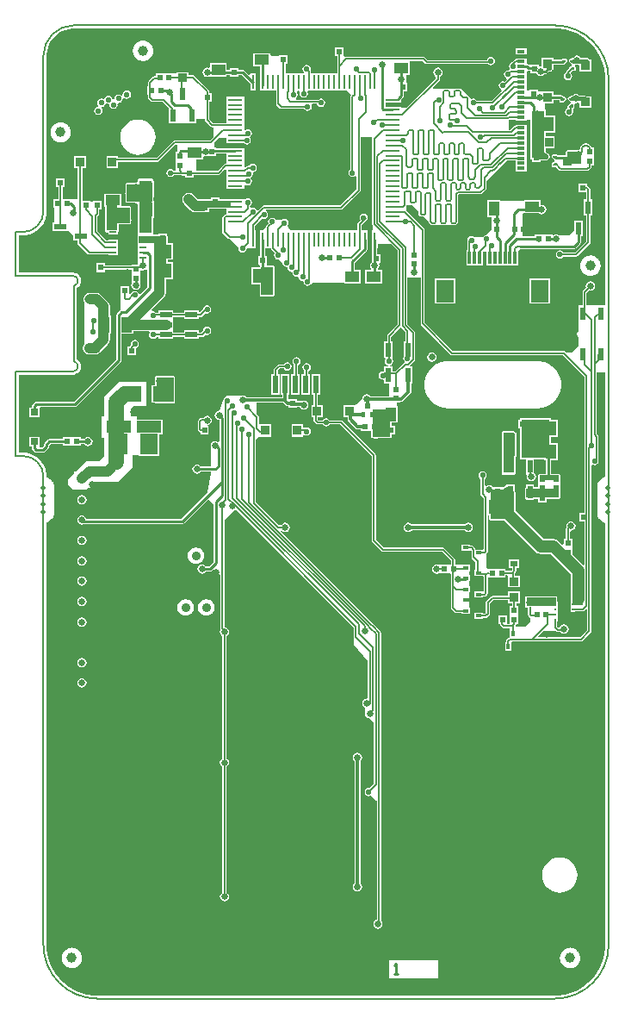
<source format=gtl>
G04 Layer_Physical_Order=1*
G04 Layer_Color=255*
%FSLAX44Y44*%
%MOMM*%
G71*
G01*
G75*
%ADD10P,0.7353X4X90.0*%
%ADD11R,0.1001X0.1001*%
%ADD12C,1.0000*%
%ADD13R,0.4001X0.5999*%
%ADD14R,0.5001X0.5999*%
%ADD15R,1.4732X0.2794*%
%ADD16R,0.2794X1.4732*%
%ADD17R,0.6000X0.3600*%
%ADD18R,0.3600X0.6000*%
%ADD19R,1.0000X1.5001*%
%ADD20R,2.4501X1.1999*%
%ADD21R,1.7501X2.0800*%
%ADD22R,0.5900X1.3000*%
%ADD23R,1.3000X0.5900*%
%ADD24R,0.7000X0.2499*%
%ADD25R,1.7000X3.3000*%
G04:AMPARAMS|DCode=26|XSize=1.8001mm|YSize=1.0399mm|CornerRadius=0.0104mm|HoleSize=0mm|Usage=FLASHONLY|Rotation=270.000|XOffset=0mm|YOffset=0mm|HoleType=Round|Shape=RoundedRectangle|*
%AMROUNDEDRECTD26*
21,1,1.8001,1.0191,0,0,270.0*
21,1,1.7793,1.0399,0,0,270.0*
1,1,0.0208,-0.5095,-0.8897*
1,1,0.0208,-0.5095,0.8897*
1,1,0.0208,0.5095,0.8897*
1,1,0.0208,0.5095,-0.8897*
%
%ADD26ROUNDEDRECTD26*%
%ADD27R,0.1801X0.2301*%
%ADD28R,0.6000X0.5900*%
%ADD29R,0.5900X0.6000*%
%ADD30R,0.9300X0.8900*%
%ADD31R,0.8900X0.9300*%
%ADD32R,1.4200X1.0800*%
%ADD33R,1.0800X1.4200*%
%ADD34R,0.3000X1.3000*%
%ADD35R,1.8001X2.1999*%
%ADD36R,0.9000X0.9500*%
%ADD37R,0.5999X1.4001*%
%ADD38R,0.8001X0.7000*%
%ADD39R,0.5900X1.2100*%
%ADD40R,1.2100X0.5900*%
%ADD41R,0.8500X2.2000*%
%ADD42R,0.6000X1.8000*%
%ADD43R,2.6000X3.0000*%
%ADD44R,0.8000X0.4000*%
%ADD45R,0.8000X0.3000*%
%ADD46R,0.6000X1.1500*%
%ADD47R,0.8000X0.6000*%
%ADD48C,0.1500*%
%ADD49C,0.2500*%
%ADD50C,0.2000*%
%ADD51C,0.3000*%
%ADD52C,1.0000*%
%ADD53C,0.4000*%
%ADD54C,1.5000*%
%ADD55C,1.2000*%
%ADD56R,1.2000X2.8000*%
%ADD57R,1.9000X0.5000*%
%ADD58R,1.1000X4.0000*%
%ADD59R,2.8000X3.8000*%
%ADD60R,3.2000X0.9000*%
%ADD61R,2.0000X3.0000*%
%ADD62R,1.1000X0.8000*%
%ADD63R,2.9000X0.9000*%
%ADD64R,1.1000X3.0000*%
%ADD65R,1.3000X4.1000*%
%ADD66R,2.7000X0.7000*%
%ADD67R,1.7000X2.7000*%
%ADD68R,1.3000X5.2000*%
%ADD69R,1.7000X2.4000*%
%ADD70R,2.2000X1.5000*%
%ADD71R,2.5000X1.7000*%
%ADD72R,3.8000X0.7000*%
%ADD73R,1.4000X1.2000*%
%ADD74R,1.3000X4.6000*%
%ADD75C,0.0000*%
%ADD76C,0.9000*%
%ADD77O,2.2000X1.0000*%
%ADD78O,1.8000X1.0000*%
%ADD79C,0.5000*%
%ADD80C,2.4000*%
%ADD81C,0.5500*%
%ADD82C,0.6500*%
G36*
X524004Y942938D02*
X524949D01*
X528215Y942831D01*
X534740Y941972D01*
X541049Y940282D01*
X547083Y937782D01*
X552739Y934517D01*
X557921Y930540D01*
X562539Y925922D01*
X566515Y920741D01*
X569781Y915084D01*
X572280Y909050D01*
X573971Y902741D01*
X574830Y896216D01*
X574937Y892943D01*
X574937Y892943D01*
X574937Y892922D01*
X574938Y892918D01*
X574938Y892916D01*
X574937Y892915D01*
Y892908D01*
X574937Y892907D01*
X574937Y892889D01*
Y671789D01*
X574000Y671000D01*
X556239D01*
Y683355D01*
X558578Y685695D01*
X560000Y685412D01*
X561756Y685761D01*
X563244Y686756D01*
X564239Y688244D01*
X564588Y690000D01*
X564239Y691756D01*
X563244Y693244D01*
X561756Y694239D01*
X560000Y694588D01*
X558244Y694239D01*
X556756Y693244D01*
X555761Y691756D01*
X555412Y690000D01*
X555695Y688578D01*
X552758Y685642D01*
X552316Y684980D01*
X552161Y684200D01*
Y671000D01*
X548000D01*
Y669750D01*
X547950D01*
Y655750D01*
X548000D01*
Y646164D01*
X547255Y645048D01*
X546847Y643000D01*
X547255Y640952D01*
X548000Y639836D01*
Y631001D01*
X542000Y625001D01*
X535883Y625001D01*
X535442Y625442D01*
X534780Y625884D01*
X534000Y626039D01*
X424845D01*
X397039Y653845D01*
Y745000D01*
X396884Y745780D01*
X396442Y746442D01*
X396442Y746442D01*
X379000Y763884D01*
Y768803D01*
X379039Y769000D01*
X379039Y769000D01*
X385000D01*
X390961Y763039D01*
Y761000D01*
X390961Y761000D01*
X391116Y760220D01*
X391558Y759558D01*
X392558Y758558D01*
X393220Y758116D01*
X394000Y757961D01*
X396039D01*
X400961Y753039D01*
Y753000D01*
X400961Y753000D01*
X401116Y752220D01*
X401558Y751558D01*
X402558Y750558D01*
X403220Y750116D01*
X404000Y749961D01*
X407000D01*
X407197Y750000D01*
X413803D01*
X414000Y749961D01*
X417000D01*
X417197Y750000D01*
X423803D01*
X424000Y749961D01*
X427000D01*
X427780Y750116D01*
X428442Y750558D01*
X429442Y751558D01*
X429442Y751558D01*
X429884Y752220D01*
X430039Y753000D01*
Y763000D01*
X430039Y763000D01*
Y779155D01*
X430845Y779961D01*
X452000D01*
X452780Y780116D01*
X453442Y780558D01*
X457192Y784308D01*
X457192Y784308D01*
X457634Y784970D01*
X457789Y785750D01*
X457789Y785750D01*
Y792789D01*
X478461Y813461D01*
X486750D01*
Y802750D01*
X497250D01*
Y807750D01*
Y817750D01*
Y827750D01*
Y837750D01*
Y848250D01*
X486750D01*
Y847539D01*
X486500D01*
X485720Y847384D01*
X485058Y846942D01*
X481270Y843154D01*
X480000Y843316D01*
Y853000D01*
X480010Y853187D01*
X480192Y853308D01*
X480345Y853461D01*
X486750D01*
Y852750D01*
X497250D01*
Y853000D01*
X500647D01*
Y816000D01*
X501043Y815043D01*
X502000Y814647D01*
X502750D01*
Y811350D01*
X511250D01*
Y813686D01*
X514618D01*
X514951Y813548D01*
X517421D01*
X518378Y813944D01*
X519906Y815472D01*
X520302Y816429D01*
Y817599D01*
X519906Y818555D01*
X519463Y818739D01*
X519292Y819152D01*
X518377Y820065D01*
X516353Y821414D01*
Y825100D01*
X525000D01*
Y836900D01*
X516353D01*
Y840650D01*
X525700D01*
Y857350D01*
X516353D01*
Y862000D01*
X515957Y862957D01*
X515000Y863353D01*
Y869600D01*
X523900D01*
Y872951D01*
X529444D01*
X529598Y872797D01*
Y871901D01*
X529994Y870945D01*
X530951Y870548D01*
X533421D01*
X534378Y870945D01*
X535906Y872472D01*
X536302Y873429D01*
Y874599D01*
X535906Y875555D01*
X534949Y875952D01*
X533653D01*
X532302Y877302D01*
X531475Y877855D01*
X530500Y878049D01*
X523900D01*
Y881000D01*
X512100D01*
Y881000D01*
X509000D01*
X508250Y881750D01*
Y882650D01*
X499750D01*
Y882000D01*
X497250D01*
Y887750D01*
Y900635D01*
X497422Y900859D01*
X498520Y901546D01*
X499000Y901451D01*
X500750D01*
Y899250D01*
X506760D01*
X506761Y899244D01*
X507756Y897756D01*
X509244Y896761D01*
X511000Y896412D01*
X512756Y896761D01*
X514244Y897756D01*
X514709Y898451D01*
X516000D01*
X516976Y898645D01*
X517802Y899198D01*
X519056Y900451D01*
X520000D01*
X520975Y900645D01*
X521802Y901198D01*
X522355Y902025D01*
X522469Y902600D01*
X523900D01*
Y907451D01*
X533000D01*
X533488Y907548D01*
X534421D01*
X535378Y907944D01*
X536906Y909472D01*
X537302Y910429D01*
Y911599D01*
X536906Y912555D01*
X535949Y912952D01*
X531951D01*
X530994Y912555D01*
X530992Y912549D01*
X523900D01*
Y914000D01*
X512100D01*
Y906370D01*
X511118Y905565D01*
X511000Y905588D01*
X510232Y905435D01*
X509250Y906241D01*
Y907650D01*
X500750D01*
Y907650D01*
X499480Y907125D01*
X499302Y907302D01*
X498475Y907855D01*
X497500Y908049D01*
X497250D01*
Y913250D01*
X486750D01*
X486500Y912539D01*
X485720Y912384D01*
X485058Y911942D01*
X482994Y909878D01*
X482439Y909768D01*
X481116Y908884D01*
X480232Y907561D01*
X479922Y906000D01*
X480232Y904439D01*
X480738Y903682D01*
X480733Y903366D01*
X480424Y902227D01*
X480356Y902141D01*
X480058Y901942D01*
X479996Y901880D01*
X479000Y902078D01*
X477439Y901768D01*
X476116Y900884D01*
X475232Y899561D01*
X474922Y898000D01*
X475232Y896439D01*
X476116Y895116D01*
X477439Y894232D01*
X477533Y894213D01*
X477952Y892835D01*
X475755Y890638D01*
X475561Y890768D01*
X474000Y891078D01*
X472439Y890768D01*
X471116Y889884D01*
X470232Y888561D01*
X469922Y887000D01*
X470232Y885439D01*
X471116Y884116D01*
X472439Y883232D01*
X472533Y883213D01*
X472952Y881835D01*
X463155Y872039D01*
X448448D01*
X447884Y872884D01*
X446561Y873768D01*
X445000Y874078D01*
X443439Y873768D01*
X443315Y873685D01*
X433000Y884000D01*
X431197D01*
X431000Y884039D01*
X427000D01*
X427000Y884039D01*
X426803Y884000D01*
X420197D01*
X420000Y884039D01*
X417000D01*
X416803Y884000D01*
X405543D01*
X405057Y885173D01*
X411442Y891558D01*
X411884Y892220D01*
X412039Y893000D01*
Y895950D01*
X413244Y896756D01*
X414239Y898244D01*
X414588Y900000D01*
X414239Y901756D01*
X413244Y903244D01*
X411756Y904239D01*
X410000Y904588D01*
X408244Y904239D01*
X406756Y903244D01*
X405761Y901756D01*
X405412Y900000D01*
X405761Y898244D01*
X406756Y896756D01*
X407961Y895950D01*
Y893845D01*
X379116Y865000D01*
X373832D01*
Y865648D01*
X359000D01*
Y870353D01*
X373832D01*
Y873228D01*
X375802Y875197D01*
X376355Y876024D01*
X376549Y877000D01*
Y880750D01*
X379650D01*
Y889250D01*
X379000D01*
Y897400D01*
X382350D01*
Y910700D01*
X383512Y910961D01*
X395155D01*
X397558Y908558D01*
X397558Y908558D01*
X398220Y908116D01*
X399000Y907961D01*
X399000Y907961D01*
X459349D01*
X460439Y907232D01*
X462000Y906922D01*
X463561Y907232D01*
X464884Y908116D01*
X465768Y909439D01*
X466078Y911000D01*
X465768Y912561D01*
X464884Y913884D01*
X463561Y914768D01*
X462000Y915078D01*
X460439Y914768D01*
X459116Y913884D01*
X458232Y912561D01*
X458128Y912039D01*
X399845D01*
X397442Y914442D01*
X396780Y914884D01*
X396000Y915039D01*
X320000D01*
X320000Y915039D01*
X319220Y914884D01*
X319158Y914843D01*
X317250Y916750D01*
Y924650D01*
X308750D01*
Y916250D01*
X310962D01*
Y906002D01*
Y898833D01*
X285038D01*
Y901001D01*
X285038Y901001D01*
X284883Y901781D01*
X284847Y901836D01*
X285078Y903000D01*
X284768Y904561D01*
X283884Y905884D01*
X282561Y906768D01*
X281000Y907078D01*
X279439Y906768D01*
X278116Y905884D01*
X277232Y904561D01*
X276922Y903000D01*
X277232Y901439D01*
X278116Y900116D01*
X278136Y900103D01*
X277751Y898833D01*
X260040D01*
Y908250D01*
X262250D01*
Y916650D01*
X253750D01*
Y916000D01*
X247000D01*
X245350Y917650D01*
Y918700D01*
X228650D01*
Y905400D01*
X235452D01*
Y898833D01*
X235354D01*
Y881601D01*
X250960D01*
Y869001D01*
X251115Y868220D01*
X251557Y867559D01*
X254558Y864558D01*
X254558Y864558D01*
X255220Y864116D01*
X256000Y863961D01*
X256000Y863961D01*
X278552D01*
X279116Y863116D01*
X280439Y862232D01*
X282000Y861922D01*
X283561Y862232D01*
X284884Y863116D01*
X285768Y864439D01*
X286078Y866000D01*
X285768Y867561D01*
X285681Y867691D01*
X286360Y868961D01*
X291128D01*
X291232Y868439D01*
X292116Y867116D01*
X293439Y866232D01*
X295000Y865922D01*
X296561Y866232D01*
X297884Y867116D01*
X298768Y868439D01*
X299078Y870000D01*
X298768Y871561D01*
X297884Y872884D01*
X296561Y873768D01*
X295000Y874078D01*
X293439Y873768D01*
X292349Y873039D01*
X270515D01*
X270364Y873250D01*
X270674Y874976D01*
X270884Y875116D01*
X271768Y876439D01*
X272078Y878000D01*
X271768Y879561D01*
X271254Y880331D01*
X271923Y881601D01*
X273516D01*
X274186Y880331D01*
X273922Y879000D01*
X274232Y877439D01*
X275116Y876116D01*
X276439Y875232D01*
X278000Y874922D01*
X279561Y875232D01*
X280884Y876116D01*
X281768Y877439D01*
X282078Y879000D01*
X281814Y880331D01*
X282484Y881601D01*
X320399D01*
X324558Y877442D01*
X324116Y876780D01*
X323961Y876000D01*
Y868000D01*
X323961Y867998D01*
Y804448D01*
X323116Y803884D01*
X322232Y802561D01*
X321922Y801000D01*
X322232Y799439D01*
X323116Y798116D01*
X324439Y797232D01*
X326000Y796922D01*
X327561Y797232D01*
X328691Y797987D01*
X329439Y797768D01*
X329961Y797442D01*
Y784845D01*
X314155Y769039D01*
X238717D01*
X237937Y768884D01*
X237276Y768442D01*
X237276Y768442D01*
X232990Y764157D01*
X231976Y764464D01*
X231700Y764662D01*
X230884Y765884D01*
X229561Y766768D01*
X228000Y767078D01*
X226439Y766768D01*
X226309Y766681D01*
X225039Y767360D01*
Y768552D01*
X225884Y769116D01*
X226768Y770439D01*
X227078Y772000D01*
X226768Y773561D01*
X225884Y774884D01*
X224561Y775768D01*
X223000Y776078D01*
X221439Y775768D01*
X220670Y775254D01*
X219400Y775648D01*
Y775648D01*
X202168D01*
Y775353D01*
X195250D01*
Y776650D01*
X186750D01*
Y775353D01*
X173659D01*
X169506Y779506D01*
X167439Y780887D01*
X165000Y781373D01*
X162561Y780887D01*
X160494Y779506D01*
X159113Y777439D01*
X158628Y775000D01*
X159113Y772561D01*
X160494Y770494D01*
X166794Y764194D01*
X168861Y762813D01*
X171300Y762328D01*
X179000D01*
X181439Y762813D01*
X181719Y763000D01*
X184900D01*
Y765647D01*
X202168D01*
Y760177D01*
X200999Y760039D01*
X200219Y759883D01*
X199557Y759441D01*
X198558Y758442D01*
X198116Y757780D01*
X197961Y757000D01*
Y743000D01*
X198116Y742220D01*
X198558Y741558D01*
X203558Y736558D01*
X204220Y736116D01*
X205000Y735961D01*
X205000Y735961D01*
X205039D01*
X213935Y727065D01*
X213922Y727000D01*
X214232Y725439D01*
X215116Y724116D01*
X216439Y723232D01*
X218000Y722922D01*
X219561Y723232D01*
X220884Y724116D01*
X221768Y725439D01*
X222078Y727000D01*
X228000D01*
Y727169D01*
X230648D01*
Y744401D01*
X230040D01*
Y749156D01*
X237245Y756362D01*
X237439Y756232D01*
X239000Y755922D01*
X240561Y756232D01*
X241884Y757116D01*
X242768Y758439D01*
X243078Y760000D01*
X242768Y761561D01*
X241884Y762884D01*
X241674Y763024D01*
X241364Y764750D01*
X241515Y764961D01*
X315000D01*
X315780Y765116D01*
X316442Y765558D01*
X333442Y782558D01*
X333884Y783220D01*
X334039Y784000D01*
X334039Y784000D01*
Y836000D01*
X344569D01*
X344779Y835856D01*
X345507Y834730D01*
X345461Y834500D01*
Y750722D01*
X345616Y749941D01*
X346000Y749367D01*
Y744401D01*
X345353D01*
Y727169D01*
X345451D01*
Y721250D01*
X345250D01*
Y713575D01*
X344756Y713244D01*
X343761Y711756D01*
X343412Y710000D01*
X343761Y708244D01*
X344679Y706870D01*
X344548Y706323D01*
X344199Y705600D01*
X338650D01*
Y692300D01*
X355350D01*
Y705600D01*
X351801D01*
X351452Y706323D01*
X351321Y706870D01*
X352239Y708244D01*
X352588Y710000D01*
X352294Y711480D01*
X352986Y712750D01*
X353650D01*
Y721250D01*
X350549D01*
Y727169D01*
X350647D01*
Y731000D01*
X364338D01*
X370461Y724877D01*
Y652345D01*
X360558Y642442D01*
X360116Y641780D01*
X359961Y641000D01*
Y635750D01*
X357251D01*
Y619249D01*
X357833D01*
X358512Y617979D01*
X358232Y617561D01*
X357922Y616000D01*
X358232Y614439D01*
X359116Y613116D01*
X360439Y612232D01*
X361501Y612021D01*
X361376Y610751D01*
X357251D01*
Y607283D01*
X357169Y606879D01*
X356000Y606078D01*
X354439Y605768D01*
X353116Y604884D01*
X352232Y603561D01*
X351922Y602000D01*
X352232Y600439D01*
X353116Y599116D01*
X354439Y598232D01*
X356000Y597922D01*
X356269Y597975D01*
X357251Y597169D01*
Y594250D01*
X362000D01*
Y581804D01*
X343539D01*
X343244Y582244D01*
X341756Y583239D01*
X340000Y583588D01*
X338244Y583239D01*
X336756Y582244D01*
X335761Y580756D01*
X335514Y579514D01*
X329546Y573546D01*
X328502Y573002D01*
X317002D01*
Y561002D01*
X321196D01*
Y559000D01*
X321410Y557927D01*
X322017Y557017D01*
X329017Y550017D01*
X329927Y549409D01*
X331000Y549196D01*
X334250D01*
Y547750D01*
X342650D01*
Y547750D01*
X343350Y547750D01*
Y547750D01*
X344647D01*
Y542000D01*
X345043Y541043D01*
X346000Y540647D01*
X346818D01*
X347439Y540232D01*
X349000Y539922D01*
X350561Y540232D01*
X351182Y540647D01*
X363000D01*
X363957Y541043D01*
X364353Y542000D01*
Y543750D01*
X367650D01*
Y552250D01*
X364353D01*
Y555650D01*
X370700D01*
Y572350D01*
X370000D01*
Y575250D01*
X373250D01*
Y576196D01*
X374000D01*
X375073Y576410D01*
X375983Y577017D01*
X382983Y584017D01*
X383590Y584927D01*
X383804Y586000D01*
Y594250D01*
X384749D01*
Y610751D01*
X383148D01*
X382622Y612021D01*
X386941Y616340D01*
X386941Y616340D01*
X387383Y617001D01*
X387538Y617782D01*
Y644390D01*
X387539Y644390D01*
X387383Y645170D01*
X386941Y645832D01*
X386941Y645832D01*
X380039Y652734D01*
Y698000D01*
X392961D01*
Y653000D01*
X393116Y652220D01*
X393558Y651558D01*
X422558Y622558D01*
X422558Y622558D01*
X423220Y622116D01*
X424000Y621961D01*
X533155D01*
X553961Y601155D01*
Y467250D01*
X549350D01*
Y458750D01*
X553961D01*
Y416177D01*
X552691Y415651D01*
X542250Y426091D01*
Y432080D01*
X542250Y432650D01*
X542250D01*
X542250Y433350D01*
X542250D01*
Y441750D01*
X540039D01*
Y448623D01*
X541000Y449412D01*
X542756Y449761D01*
X544244Y450756D01*
X545239Y452244D01*
X545588Y454000D01*
X545239Y455756D01*
X544244Y457244D01*
X542756Y458239D01*
X541000Y458588D01*
X539244Y458239D01*
X537756Y457244D01*
X536761Y455756D01*
X536412Y454000D01*
X536531Y453401D01*
X536116Y452780D01*
X535961Y452000D01*
Y441750D01*
X533750D01*
Y436251D01*
X532577Y435765D01*
X529171Y439171D01*
X527656Y440333D01*
X525893Y441063D01*
X524000Y441313D01*
X514029D01*
X486313Y469029D01*
Y487000D01*
X486063Y488893D01*
X485699Y489772D01*
Y494752D01*
X477299D01*
Y494089D01*
X477107Y494063D01*
X475344Y493333D01*
X474504Y492688D01*
X473250Y492650D01*
Y492650D01*
X464750D01*
Y492650D01*
X463542Y492799D01*
X463244Y493244D01*
X461756Y494239D01*
X460000Y494588D01*
X458244Y494239D01*
X457309Y493614D01*
X456039Y494284D01*
Y500552D01*
X456884Y501116D01*
X457768Y502439D01*
X458078Y504000D01*
X457768Y505561D01*
X456884Y506884D01*
X455561Y507768D01*
X454000Y508078D01*
X452439Y507768D01*
X451116Y506884D01*
X450232Y505561D01*
X449922Y504000D01*
X450232Y502439D01*
X451116Y501116D01*
X451961Y500552D01*
Y485330D01*
X452116Y484549D01*
X452558Y483888D01*
X454961Y481485D01*
Y464671D01*
X454961Y464670D01*
Y432233D01*
X454750Y431050D01*
X447029D01*
X446884Y431780D01*
X446442Y432442D01*
X444441Y434443D01*
X443779Y434885D01*
X442999Y435041D01*
X441750D01*
Y436051D01*
X433250D01*
Y429951D01*
X441750D01*
X441750Y429951D01*
X442961Y429808D01*
Y424000D01*
X443116Y423220D01*
X443558Y422558D01*
X446961Y419155D01*
Y411050D01*
X446250D01*
Y404950D01*
X454750D01*
X454961Y403767D01*
Y391233D01*
X454750Y390050D01*
X446250D01*
Y383950D01*
X454750D01*
Y384961D01*
X456000D01*
X456780Y385116D01*
X457442Y385558D01*
X458442Y386558D01*
X458884Y387220D01*
X459039Y388000D01*
Y402567D01*
X459250Y403750D01*
X467080D01*
X467650Y403750D01*
X468920Y403750D01*
X476750D01*
Y405961D01*
X478062D01*
X479100Y405400D01*
Y394000D01*
X490900D01*
Y405400D01*
X486039D01*
Y407000D01*
X486039Y407000D01*
X486039Y407000D01*
Y408155D01*
X486442Y408558D01*
X486442Y408558D01*
X486884Y409220D01*
X487039Y410000D01*
X487039Y410000D01*
Y413250D01*
X490250D01*
Y421750D01*
X479750D01*
Y413250D01*
X482961D01*
Y410845D01*
X482558Y410442D01*
X482289Y410039D01*
X476750D01*
Y412250D01*
X468920D01*
X468350Y412250D01*
X467080Y412250D01*
X459750D01*
X458000Y414000D01*
Y427000D01*
X458442Y427558D01*
X458884Y428220D01*
X459039Y429000D01*
X459039Y429000D01*
Y464650D01*
X460647D01*
Y461000D01*
X461043Y460043D01*
X462000Y459647D01*
X475011D01*
X505829Y428829D01*
X507344Y427667D01*
X507650Y427540D01*
Y427300D01*
X508230D01*
X509107Y426937D01*
X511000Y426687D01*
X520971D01*
X528604Y419054D01*
X540687Y406971D01*
Y384098D01*
X540647Y384000D01*
Y379901D01*
X540348D01*
Y375100D01*
X540348D01*
X540348Y374900D01*
X540348Y374900D01*
Y370099D01*
X544649D01*
Y370460D01*
X552499D01*
X553280Y370615D01*
X553941Y371057D01*
X555537Y372654D01*
X556711Y372168D01*
Y351595D01*
X549905Y344789D01*
X509332D01*
X508846Y345962D01*
X513884Y351000D01*
X526116D01*
X526558Y350558D01*
X526558Y350558D01*
X527220Y350116D01*
X528000Y349961D01*
X530619D01*
X530756Y349756D01*
X532244Y348761D01*
X534000Y348412D01*
X535756Y348761D01*
X537244Y349756D01*
X538239Y351244D01*
X538588Y353000D01*
X538239Y354756D01*
X537244Y356244D01*
X535756Y357239D01*
X534000Y357588D01*
X532244Y357239D01*
X530756Y356244D01*
X529796Y354808D01*
X529708Y354745D01*
X528410Y354474D01*
X527540Y355344D01*
Y360099D01*
X527652D01*
Y364900D01*
X527652D01*
Y365100D01*
X527652D01*
Y369901D01*
X527652D01*
Y370099D01*
X527652D01*
Y374900D01*
X527652Y374900D01*
Y375100D01*
X527652D01*
X527652Y376170D01*
Y379901D01*
X527353D01*
Y384000D01*
X526957Y384957D01*
X526000Y385353D01*
X497000D01*
X496043Y384957D01*
X495647Y384000D01*
Y380182D01*
X495412Y379000D01*
X495647Y377818D01*
Y375000D01*
X496043Y374043D01*
X497000Y373647D01*
X498706D01*
Y367000D01*
X498881Y366122D01*
X499378Y365378D01*
X500378Y364378D01*
X501000Y363962D01*
Y360000D01*
X496000Y355000D01*
X486660D01*
X486154Y356270D01*
X486442Y356558D01*
X486884Y357220D01*
X487039Y358000D01*
Y358250D01*
X489250D01*
Y366080D01*
X489250Y366650D01*
X489250Y367920D01*
Y375750D01*
X487039D01*
Y378600D01*
X490900D01*
Y390000D01*
X479100D01*
Y385540D01*
X463501D01*
X462721Y385385D01*
X462059Y384943D01*
X457558Y380442D01*
X457116Y379780D01*
X456961Y379000D01*
Y368845D01*
X456155Y368039D01*
X454750D01*
Y369050D01*
X446250D01*
Y362950D01*
X454750D01*
Y363961D01*
X457000D01*
X457780Y364116D01*
X458442Y364558D01*
X460442Y366558D01*
X460884Y367220D01*
X461039Y368000D01*
Y378155D01*
X464346Y381462D01*
X479100D01*
Y378600D01*
X482961D01*
Y375750D01*
X480750D01*
Y367920D01*
X480750Y367350D01*
X480750Y366080D01*
Y358250D01*
X479567Y358039D01*
X479433D01*
X478250Y358250D01*
Y366650D01*
X469750D01*
Y358250D01*
X470961D01*
Y358000D01*
X471116Y357220D01*
X471558Y356558D01*
X473558Y354558D01*
X474220Y354116D01*
X475000Y353961D01*
X480808D01*
X480951Y352750D01*
X480951D01*
Y346026D01*
X480750Y344789D01*
X479970Y344634D01*
X479308Y344192D01*
X479308Y344192D01*
X477558Y342442D01*
X477116Y341780D01*
X476961Y341000D01*
Y339750D01*
X475950D01*
Y331250D01*
X482050D01*
Y339750D01*
X482797Y340711D01*
X550750D01*
X551530Y340866D01*
X552192Y341308D01*
X560192Y349308D01*
X560192Y349308D01*
X560634Y349970D01*
X560789Y350750D01*
X560789Y350750D01*
Y513807D01*
X562059Y514486D01*
X562439Y514232D01*
X564000Y513922D01*
X565561Y514232D01*
X566884Y515116D01*
X567768Y516439D01*
X567798Y516591D01*
X567884Y516720D01*
X568039Y517500D01*
X568039Y517500D01*
Y517803D01*
X568078Y518000D01*
X568039Y518197D01*
Y542000D01*
X567884Y542780D01*
X567442Y543442D01*
X567442Y543442D01*
X566239Y544645D01*
Y605000D01*
X574937D01*
Y502965D01*
X573164Y502114D01*
X569164Y499114D01*
X568859Y498774D01*
X568480Y498520D01*
X568034Y497854D01*
X567499Y497257D01*
X567347Y496826D01*
X567094Y496446D01*
X566937Y495660D01*
X566671Y494904D01*
X566696Y494448D01*
X566607Y494000D01*
Y466000D01*
X566696Y465552D01*
X566671Y465096D01*
X566937Y464340D01*
X567094Y463554D01*
X567347Y463174D01*
X567499Y462743D01*
X568034Y462146D01*
X568480Y461480D01*
X568859Y461226D01*
X569164Y460886D01*
X573164Y457886D01*
X574937Y457035D01*
Y43111D01*
X574937Y43093D01*
X574937Y43092D01*
Y43085D01*
X574938Y43084D01*
X574938Y43082D01*
X574937Y43079D01*
X574937Y43057D01*
X574937Y43057D01*
X574830Y39784D01*
X573971Y33259D01*
X572280Y26950D01*
X569781Y20916D01*
X566515Y15260D01*
X562539Y10078D01*
X557921Y5459D01*
X552739Y1484D01*
X547083Y-1782D01*
X541049Y-4281D01*
X534740Y-5972D01*
X528215Y-6831D01*
X524949Y-6938D01*
X524004D01*
X523986Y-6941D01*
X76018D01*
X76000Y-6938D01*
X75055D01*
X71789Y-6831D01*
X65264Y-5972D01*
X58955Y-4281D01*
X52921Y-1782D01*
X47264Y1484D01*
X42083Y5460D01*
X37464Y10078D01*
X33489Y15260D01*
X30223Y20916D01*
X27724Y26950D01*
X26033Y33259D01*
X25174Y39784D01*
X25067Y43057D01*
X25067Y43057D01*
X25067Y43079D01*
X25066Y43082D01*
X25066Y43084D01*
X25066Y43085D01*
Y43092D01*
X25067Y43093D01*
X25066Y43109D01*
Y457517D01*
X25836Y457886D01*
X29836Y460886D01*
X30141Y461226D01*
X30520Y461480D01*
X30966Y462146D01*
X31501Y462743D01*
X31653Y463174D01*
X31906Y463554D01*
X32063Y464340D01*
X32329Y465096D01*
X32304Y465552D01*
X32393Y466000D01*
Y494000D01*
X32304Y494448D01*
X32329Y494904D01*
X32063Y495660D01*
X31906Y496446D01*
X31653Y496826D01*
X31501Y497257D01*
X30966Y497854D01*
X30520Y498520D01*
X30141Y498774D01*
X29836Y499114D01*
X25836Y502114D01*
X25063Y502485D01*
Y502907D01*
X25063Y502921D01*
X25063Y502922D01*
Y502926D01*
X25062Y502928D01*
X25063Y502930D01*
X25063Y502948D01*
X25062Y502954D01*
X25063Y502961D01*
X25063Y502979D01*
X25062Y502986D01*
X25063Y502992D01*
Y504972D01*
X25004Y505267D01*
Y505568D01*
X24236Y509433D01*
X24120Y509711D01*
X24062Y510007D01*
X22554Y513647D01*
X22386Y513898D01*
X22271Y514176D01*
X20082Y517452D01*
X19869Y517665D01*
X19701Y517916D01*
X16915Y520702D01*
X16665Y520869D01*
X16452Y521082D01*
X13175Y523272D01*
X12897Y523387D01*
X12646Y523554D01*
X9006Y525062D01*
X8711Y525121D01*
X8432Y525236D01*
X4568Y526005D01*
X4266D01*
X3971Y526064D01*
X1987D01*
X1977Y526062D01*
X1967Y526064D01*
X1939Y526064D01*
X1932Y526062D01*
X1925Y526063D01*
X1897Y526063D01*
X1892Y526062D01*
X1889Y526063D01*
X1883D01*
X1881Y526063D01*
X1859Y526063D01*
X-1937D01*
Y602742D01*
X51000D01*
X51981Y602937D01*
X51995D01*
X53166Y603170D01*
X55005Y603932D01*
X55997Y604595D01*
X57405Y606003D01*
X58068Y606995D01*
X58830Y608834D01*
X59063Y610005D01*
Y611865D01*
X58961Y612376D01*
X58885Y612891D01*
X58305Y614520D01*
X58038Y614967D01*
X57793Y615427D01*
X56700Y616767D01*
X56298Y617099D01*
X55914Y617450D01*
X55097Y617944D01*
X55063Y682762D01*
Y688035D01*
X55914Y688550D01*
X56298Y688901D01*
X56700Y689233D01*
X57793Y690573D01*
X58038Y691033D01*
X58305Y691480D01*
X58885Y693109D01*
X58961Y693624D01*
X59063Y694135D01*
Y695995D01*
X58830Y697166D01*
X58068Y699005D01*
X57405Y699997D01*
X55997Y701405D01*
X55005Y702068D01*
X53166Y702830D01*
X51995Y703063D01*
X-1937D01*
Y739937D01*
X2012D01*
X2019Y739939D01*
X2025Y739938D01*
X2050Y739938D01*
X2059Y739939D01*
X2069Y739938D01*
X2093Y739938D01*
X2100Y739939D01*
X2106Y739938D01*
X2131Y739938D01*
X2131Y739939D01*
X4078Y739948D01*
X4372Y740008D01*
X4673Y740009D01*
X8522Y740792D01*
X8799Y740908D01*
X9093Y740968D01*
X12716Y742485D01*
X12966Y742653D01*
X13243Y742768D01*
X16502Y744961D01*
X16714Y745173D01*
X16963Y745341D01*
X19734Y748125D01*
X19900Y748375D01*
X20112Y748588D01*
X22288Y751858D01*
X22403Y752136D01*
X22569Y752386D01*
X24068Y756017D01*
X24126Y756311D01*
X24241Y756589D01*
X25005Y760442D01*
X25004Y760742D01*
X25063Y761037D01*
Y763010D01*
X25062Y763016D01*
X25063Y763023D01*
X25063Y763041D01*
X25062Y763047D01*
X25063Y763054D01*
X25063Y763072D01*
X25062Y763074D01*
X25063Y763075D01*
Y763080D01*
X25063Y763081D01*
X25063Y763095D01*
Y915936D01*
X25121Y917712D01*
X25587Y921254D01*
X26499Y924657D01*
X27847Y927911D01*
X29608Y930962D01*
X31753Y933757D01*
X34244Y936248D01*
X37039Y938392D01*
X40089Y940154D01*
X43344Y941502D01*
X46747Y942414D01*
X50289Y942880D01*
X52051Y942938D01*
X52996D01*
X53015Y942942D01*
X523986D01*
X524004Y942938D01*
D02*
G37*
G36*
X534949Y873429D02*
X533421Y871901D01*
X530951D01*
Y874599D01*
X534949D01*
Y873429D01*
D02*
G37*
G36*
X518949Y816429D02*
X517421Y814901D01*
X514951D01*
Y817599D01*
X518949D01*
Y816429D01*
D02*
G37*
G36*
X535949Y910429D02*
X534421Y908901D01*
X531951D01*
Y911599D01*
X535949D01*
Y910429D01*
D02*
G37*
G36*
X377961Y645155D02*
Y635750D01*
X376250D01*
Y620587D01*
X376232Y620561D01*
X375922Y619000D01*
X376232Y617439D01*
X377116Y616116D01*
X377119Y616114D01*
X377188Y615803D01*
X377032Y614645D01*
X376729Y614442D01*
X376729Y614442D01*
X368326Y606039D01*
X365750D01*
Y610751D01*
X362624D01*
X362499Y612021D01*
X363561Y612232D01*
X364884Y613116D01*
X365768Y614439D01*
X366078Y616000D01*
X365768Y617561D01*
X365488Y617979D01*
X365750Y619249D01*
X365750D01*
X365750Y619249D01*
Y635750D01*
X364039D01*
Y640155D01*
X372646Y648762D01*
X373808Y649308D01*
X377961Y645155D01*
D02*
G37*
%LPC*%
G36*
X485000Y547353D02*
X474000D01*
X473043Y546957D01*
X472647Y546000D01*
Y506000D01*
X473043Y505043D01*
X474000Y504647D01*
X485000D01*
X485957Y505043D01*
X486353Y506000D01*
Y521750D01*
X487250D01*
Y546250D01*
X486249D01*
X485957Y546957D01*
X485000Y547353D01*
D02*
G37*
G36*
X123000Y596000D02*
X97000D01*
X82000Y581000D01*
Y562000D01*
X79000D01*
Y541000D01*
X82000D01*
Y523000D01*
X77000Y518000D01*
X64000D01*
X54000Y508000D01*
X52000D01*
Y506000D01*
X46000Y500000D01*
Y495000D01*
X51000Y490000D01*
X64000D01*
X66000Y492000D01*
X68000D01*
Y494000D01*
X72000Y498000D01*
X96000D01*
X110000Y512000D01*
Y524000D01*
X115999D01*
Y523350D01*
X135999D01*
Y544149D01*
X139500D01*
Y558648D01*
X114000D01*
Y562000D01*
X108000D01*
Y569000D01*
X111000Y572000D01*
X123000D01*
Y596000D01*
D02*
G37*
G36*
X520000Y560353D02*
X492000D01*
X491043Y559957D01*
X490647Y559000D01*
Y558250D01*
X489350D01*
Y549750D01*
X490647D01*
Y521000D01*
X491043Y520043D01*
X492000Y519647D01*
X496299D01*
Y505252D01*
X496681D01*
X497607Y503982D01*
X497412Y503000D01*
X497761Y501244D01*
X498756Y499756D01*
X500244Y498761D01*
X502000Y498412D01*
X503756Y498761D01*
X505244Y499756D01*
X506239Y501244D01*
X506588Y503000D01*
X506239Y504756D01*
X505244Y506244D01*
X504699Y506609D01*
Y519647D01*
X514400D01*
Y518650D01*
X516451D01*
Y505353D01*
X510000D01*
X509043Y504957D01*
X508958Y504750D01*
X508750D01*
Y504249D01*
X508647Y504000D01*
Y499000D01*
X508750Y498751D01*
X508750Y496350D01*
X508750Y495080D01*
Y492353D01*
X504699D01*
Y494752D01*
X496299D01*
Y492063D01*
X496043Y491957D01*
X495647Y491000D01*
Y482000D01*
X496043Y481043D01*
X496299Y480937D01*
Y480151D01*
X504699D01*
Y480647D01*
X508750D01*
Y477350D01*
X517250D01*
Y480647D01*
X529000D01*
X529957Y481043D01*
X530353Y482000D01*
Y491000D01*
X530250Y491249D01*
Y495080D01*
X530250Y495650D01*
X530250Y496920D01*
Y498751D01*
X530353Y499000D01*
Y504000D01*
X530250Y504249D01*
Y504750D01*
X530042D01*
X529957Y504957D01*
X529000Y505353D01*
X521549D01*
Y518650D01*
X527700D01*
Y535350D01*
X521353D01*
Y541650D01*
X527700D01*
Y558350D01*
X521353D01*
Y559000D01*
X520957Y559957D01*
X520000Y560353D01*
D02*
G37*
G36*
X262000Y615078D02*
X260439Y614768D01*
X259116Y613884D01*
X258552Y613039D01*
X254000D01*
X254000Y613039D01*
X253220Y612884D01*
X252558Y612442D01*
X248956Y608840D01*
X248514Y608179D01*
X248359Y607398D01*
Y603250D01*
X245751D01*
Y582750D01*
X254251D01*
Y603250D01*
X252437D01*
Y606554D01*
X254845Y608961D01*
X258552D01*
X259116Y608116D01*
X260439Y607232D01*
X262000Y606922D01*
X263561Y607232D01*
X264884Y608116D01*
X265768Y609439D01*
X266078Y611000D01*
X265768Y612561D01*
X264884Y613884D01*
X263561Y614768D01*
X262000Y615078D01*
D02*
G37*
G36*
X440000Y457588D02*
X438244Y457239D01*
X436756Y456244D01*
X436461Y455804D01*
X384539D01*
X384244Y456244D01*
X382756Y457239D01*
X381000Y457588D01*
X379244Y457239D01*
X377756Y456244D01*
X376761Y454756D01*
X376412Y453000D01*
X376761Y451244D01*
X377756Y449756D01*
X379244Y448761D01*
X381000Y448412D01*
X382756Y448761D01*
X384244Y449756D01*
X384539Y450196D01*
X436461D01*
X436756Y449756D01*
X438244Y448761D01*
X440000Y448412D01*
X441756Y448761D01*
X443244Y449756D01*
X444239Y451244D01*
X444588Y453000D01*
X444239Y454756D01*
X443244Y456244D01*
X441756Y457239D01*
X440000Y457588D01*
D02*
G37*
G36*
X60000Y484588D02*
X58244Y484239D01*
X56756Y483244D01*
X55761Y481756D01*
X55412Y480000D01*
X55761Y478244D01*
X56756Y476756D01*
X58244Y475761D01*
X60000Y475412D01*
X61756Y475761D01*
X63244Y476756D01*
X64239Y478244D01*
X64588Y480000D01*
X64239Y481756D01*
X63244Y483244D01*
X61756Y484239D01*
X60000Y484588D01*
D02*
G37*
G36*
X264251Y603250D02*
X255751D01*
Y582750D01*
X257196D01*
Y581161D01*
X256839Y580804D01*
X221987D01*
X221426Y580972D01*
X221244Y581244D01*
X219756Y582239D01*
X218000Y582588D01*
X216244Y582239D01*
X215887Y582000D01*
X202000D01*
X200000Y580000D01*
X199778Y579377D01*
X199232Y578561D01*
X198922Y577000D01*
X198924Y576987D01*
X195530Y567483D01*
X195000Y567588D01*
X193244Y567239D01*
X191756Y566244D01*
X190761Y564756D01*
X190412Y563000D01*
X190761Y561244D01*
X191756Y559756D01*
X193244Y558761D01*
X195000Y558412D01*
X195000Y557142D01*
X195000Y538000D01*
X193252Y536908D01*
X192756Y537239D01*
X191000Y537588D01*
X189244Y537239D01*
X187756Y536244D01*
X186761Y534756D01*
X186412Y533000D01*
X186761Y531244D01*
X187000Y530887D01*
Y512549D01*
X176709D01*
X176244Y513244D01*
X174756Y514239D01*
X173000Y514588D01*
X171244Y514239D01*
X169756Y513244D01*
X168761Y511756D01*
X168412Y510000D01*
X168761Y508244D01*
X169756Y506756D01*
X171244Y505761D01*
X173000Y505412D01*
X174756Y505761D01*
X176244Y506756D01*
X176709Y507451D01*
X187000D01*
Y506000D01*
X183579Y487184D01*
X157944Y461549D01*
X150000D01*
X149702Y461490D01*
X64292D01*
X64239Y461756D01*
X63244Y463244D01*
X61756Y464239D01*
X60000Y464588D01*
X58244Y464239D01*
X56756Y463244D01*
X55761Y461756D01*
X55412Y460000D01*
X55761Y458244D01*
X56756Y456756D01*
X58244Y455761D01*
X60000Y455412D01*
X61756Y455761D01*
X62700Y456392D01*
X150000D01*
X150298Y456451D01*
X159000D01*
X159976Y456645D01*
X160802Y457198D01*
X184302Y480698D01*
X189451Y475549D01*
Y419056D01*
X184944Y414549D01*
X181709D01*
X181244Y415244D01*
X179756Y416239D01*
X178000Y416588D01*
X176244Y416239D01*
X174756Y415244D01*
X173761Y413756D01*
X173412Y412000D01*
X173761Y410244D01*
X174756Y408756D01*
X176244Y407761D01*
X178000Y407412D01*
X179756Y407761D01*
X181244Y408756D01*
X181709Y409451D01*
X186000D01*
X186975Y409645D01*
X187802Y410198D01*
X189329Y411725D01*
X195961Y405817D01*
Y354000D01*
X196116Y353220D01*
X196428Y352753D01*
X195761Y351756D01*
X195412Y350000D01*
X195761Y348244D01*
X196756Y346756D01*
X197961Y345950D01*
Y226050D01*
X196756Y225244D01*
X195761Y223756D01*
X195412Y222000D01*
X195761Y220244D01*
X196756Y218756D01*
X197961Y217950D01*
Y94050D01*
X196756Y93244D01*
X195761Y91756D01*
X195412Y90000D01*
X195761Y88244D01*
X196756Y86756D01*
X198244Y85761D01*
X200000Y85412D01*
X201756Y85761D01*
X203244Y86756D01*
X204239Y88244D01*
X204588Y90000D01*
X204239Y91756D01*
X203244Y93244D01*
X202039Y94050D01*
Y217950D01*
X203244Y218756D01*
X204239Y220244D01*
X204588Y222000D01*
X204239Y223756D01*
X203244Y225244D01*
X202039Y226050D01*
Y345950D01*
X203244Y346756D01*
X204239Y348244D01*
X204588Y350000D01*
X204239Y351756D01*
X203244Y353244D01*
X201756Y354239D01*
X200369Y354515D01*
X200039Y354845D01*
Y460039D01*
X209772Y469772D01*
X211244Y470756D01*
X211350Y470766D01*
X327211Y354905D01*
Y350087D01*
X327000Y350000D01*
X327000Y350000D01*
Y338000D01*
X341211Y321125D01*
Y285642D01*
X340000Y284588D01*
X338244Y284239D01*
X336756Y283244D01*
X335761Y281756D01*
X335412Y280000D01*
X335761Y278244D01*
X336756Y276756D01*
X338000Y275924D01*
Y270000D01*
X338514Y269486D01*
X338761Y268244D01*
X339756Y266756D01*
X341244Y265761D01*
X342486Y265514D01*
X346961Y261039D01*
Y200845D01*
X342996Y196880D01*
X342000Y197078D01*
X340439Y196768D01*
X339116Y195884D01*
X338232Y194561D01*
X337922Y193000D01*
X338232Y191439D01*
X339116Y190116D01*
X340439Y189232D01*
X342000Y188922D01*
X343561Y189232D01*
X343685Y189315D01*
X349000Y184000D01*
X349961D01*
Y67845D01*
X349383Y67267D01*
X349244Y67239D01*
X347756Y66244D01*
X346761Y64756D01*
X346412Y63000D01*
X346761Y61244D01*
X347756Y59756D01*
X349244Y58761D01*
X351000Y58412D01*
X352756Y58761D01*
X354244Y59756D01*
X355239Y61244D01*
X355588Y63000D01*
X355239Y64756D01*
X354244Y66244D01*
X353931Y66454D01*
X354039Y67000D01*
Y349556D01*
X353884Y350337D01*
X353442Y350998D01*
X353442Y350998D01*
X348043Y356397D01*
X347942Y356549D01*
X345064Y359426D01*
X344942Y359609D01*
X255568Y448983D01*
X256041Y450306D01*
X256366Y450338D01*
X256756Y449756D01*
X258244Y448761D01*
X260000Y448412D01*
X261756Y448761D01*
X263244Y449756D01*
X264239Y451244D01*
X264588Y453000D01*
X264239Y454756D01*
X263244Y456244D01*
X261756Y457239D01*
X260000Y457588D01*
X258244Y457239D01*
X256756Y456244D01*
X255950Y455039D01*
X253401D01*
X231039Y477401D01*
Y539039D01*
X233451Y541451D01*
X234498Y541998D01*
Y541998D01*
X234498Y541998D01*
X245998D01*
Y553998D01*
X234498D01*
X234039Y555078D01*
Y560998D01*
X233884Y561779D01*
X233442Y562440D01*
X233442Y562440D01*
X232000Y563882D01*
Y575000D01*
X232081Y575196D01*
X257898D01*
X258017Y575017D01*
X260467Y572567D01*
X261377Y571960D01*
X262450Y571746D01*
X262750D01*
Y570350D01*
X271250D01*
Y571196D01*
X273793D01*
X274756Y569756D01*
X276244Y568761D01*
X278000Y568412D01*
X279756Y568761D01*
X281244Y569756D01*
X282239Y571244D01*
X282588Y573000D01*
X282239Y574756D01*
X281244Y576244D01*
X279756Y577239D01*
X278000Y577588D01*
X276244Y577239D01*
X275593Y576804D01*
X271250D01*
Y578750D01*
X262804D01*
Y582750D01*
X264251D01*
Y603250D01*
D02*
G37*
G36*
X271000Y620078D02*
X269439Y619768D01*
X268116Y618884D01*
X267232Y617561D01*
X266922Y616000D01*
X267232Y614439D01*
X268116Y613116D01*
X268359Y612954D01*
Y603250D01*
X265751D01*
Y582750D01*
X274251D01*
Y603250D01*
X272437D01*
Y612208D01*
X272561Y612232D01*
X273884Y613116D01*
X274768Y614439D01*
X275078Y616000D01*
X274768Y617561D01*
X273884Y618884D01*
X272561Y619768D01*
X271000Y620078D01*
D02*
G37*
G36*
X281000Y614078D02*
X279439Y613768D01*
X278116Y612884D01*
X277232Y611561D01*
X276922Y610000D01*
X277232Y608439D01*
X278116Y607116D01*
X278361Y606952D01*
Y603250D01*
X275751D01*
Y582750D01*
X284251D01*
Y603250D01*
X282440D01*
Y606208D01*
X282561Y606232D01*
X283884Y607116D01*
X284768Y608439D01*
X285078Y610000D01*
X284768Y611561D01*
X283884Y612884D01*
X282561Y613768D01*
X281000Y614078D01*
D02*
G37*
G36*
X183000Y562588D02*
X181244Y562239D01*
X179756Y561244D01*
X179284Y560539D01*
X177500D01*
X176720Y560384D01*
X176058Y559942D01*
X176058Y559942D01*
X174558Y558442D01*
X174116Y557780D01*
X173961Y557000D01*
Y549000D01*
X174116Y548220D01*
X174558Y547558D01*
X175558Y546558D01*
X176220Y546116D01*
X176250Y546110D01*
Y543750D01*
X184650D01*
Y552250D01*
X183638Y552562D01*
X183638Y552562D01*
X183638D01*
X183544Y553520D01*
X183675Y553546D01*
X184756Y553761D01*
X186244Y554756D01*
X187239Y556244D01*
X187588Y558000D01*
X187239Y559756D01*
X186244Y561244D01*
X184756Y562239D01*
X183000Y562588D01*
D02*
G37*
G36*
X18372Y541749D02*
X7871D01*
Y532249D01*
X10451D01*
Y531000D01*
X10645Y530024D01*
X11198Y529198D01*
X13198Y527198D01*
X14024Y526645D01*
X15000Y526451D01*
X22000D01*
X22975Y526645D01*
X23802Y527198D01*
X26802Y530198D01*
X27355Y531025D01*
X27549Y532000D01*
Y532944D01*
X29056Y534451D01*
X41250D01*
Y532750D01*
X49080D01*
X49650Y532750D01*
X50920Y532750D01*
X58750D01*
Y534451D01*
X62291D01*
X62756Y533756D01*
X64244Y532761D01*
X66000Y532412D01*
X67756Y532761D01*
X69244Y533756D01*
X70239Y535244D01*
X70588Y537000D01*
X70239Y538756D01*
X69244Y540244D01*
X67756Y541239D01*
X66000Y541588D01*
X64244Y541239D01*
X62756Y540244D01*
X62291Y539549D01*
X58750D01*
Y541250D01*
X50920D01*
X50350Y541250D01*
X49080Y541250D01*
X41250D01*
Y539549D01*
X28000D01*
X27025Y539355D01*
X26198Y538802D01*
X23198Y535802D01*
X22645Y534976D01*
X22451Y534000D01*
Y533056D01*
X20944Y531549D01*
X19352D01*
X18372Y532249D01*
Y541749D01*
D02*
G37*
G36*
X277498Y553998D02*
X265998D01*
Y541998D01*
X277498D01*
Y543002D01*
X278768Y543680D01*
X279439Y543232D01*
X281000Y542922D01*
X282561Y543232D01*
X283884Y544116D01*
X284768Y545439D01*
X285078Y547000D01*
X284768Y548561D01*
X283884Y549884D01*
X282561Y550768D01*
X281000Y551078D01*
X279439Y550768D01*
X278768Y550320D01*
X277498Y550881D01*
Y553998D01*
D02*
G37*
G36*
X146000Y601588D02*
X144818Y601353D01*
X137182D01*
X136000Y601588D01*
X134818Y601353D01*
X133000D01*
X132043Y600957D01*
X131647Y600000D01*
Y598182D01*
X131412Y597000D01*
X131647Y595818D01*
Y592751D01*
X128751D01*
Y575249D01*
X131958D01*
X132043Y575043D01*
X133000Y574647D01*
X150000D01*
X150957Y575043D01*
X151353Y576000D01*
Y600000D01*
X150957Y600957D01*
X150000Y601353D01*
X147182D01*
X146000Y601588D01*
D02*
G37*
G36*
X60000Y444588D02*
X58244Y444239D01*
X56756Y443244D01*
X55761Y441756D01*
X55412Y440000D01*
X55761Y438244D01*
X56756Y436756D01*
X58244Y435761D01*
X60000Y435412D01*
X61756Y435761D01*
X63244Y436756D01*
X64239Y438244D01*
X64588Y440000D01*
X64239Y441756D01*
X63244Y443244D01*
X61756Y444239D01*
X60000Y444588D01*
D02*
G37*
G36*
X331000Y231588D02*
X329244Y231239D01*
X327756Y230244D01*
X326761Y228756D01*
X326412Y227000D01*
X326761Y225244D01*
X327756Y223756D01*
X328196Y223461D01*
Y103539D01*
X327756Y103244D01*
X326761Y101756D01*
X326412Y100000D01*
X326761Y98244D01*
X327756Y96756D01*
X329244Y95761D01*
X331000Y95412D01*
X332756Y95761D01*
X334244Y96756D01*
X335239Y98244D01*
X335588Y100000D01*
X335239Y101756D01*
X334244Y103244D01*
X333804Y103539D01*
Y223461D01*
X334244Y223756D01*
X335239Y225244D01*
X335588Y227000D01*
X335239Y228756D01*
X334244Y230244D01*
X332756Y231239D01*
X331000Y231588D01*
D02*
G37*
G36*
X60000Y304588D02*
X58244Y304239D01*
X56756Y303244D01*
X55761Y301756D01*
X55412Y300000D01*
X55761Y298244D01*
X56756Y296756D01*
X58244Y295761D01*
X60000Y295412D01*
X61756Y295761D01*
X63244Y296756D01*
X64239Y298244D01*
X64588Y300000D01*
X64239Y301756D01*
X63244Y303244D01*
X61756Y304239D01*
X60000Y304588D01*
D02*
G37*
G36*
Y324588D02*
X58244Y324239D01*
X56756Y323244D01*
X55761Y321756D01*
X55412Y320000D01*
X55761Y318244D01*
X56756Y316756D01*
X58244Y315761D01*
X60000Y315412D01*
X61756Y315761D01*
X63244Y316756D01*
X64239Y318244D01*
X64588Y320000D01*
X64239Y321756D01*
X63244Y323244D01*
X61756Y324239D01*
X60000Y324588D01*
D02*
G37*
G36*
X529970Y128533D02*
X526588Y128200D01*
X523337Y127214D01*
X520340Y125612D01*
X517713Y123457D01*
X515558Y120830D01*
X513956Y117833D01*
X512970Y114582D01*
X512636Y111200D01*
X512970Y107818D01*
X513956Y104567D01*
X515558Y101570D01*
X517713Y98943D01*
X520340Y96788D01*
X523337Y95186D01*
X526588Y94200D01*
X529970Y93867D01*
X533352Y94200D01*
X536603Y95186D01*
X539600Y96788D01*
X542227Y98943D01*
X544382Y101570D01*
X545984Y104567D01*
X546970Y107818D01*
X547304Y111200D01*
X546970Y114582D01*
X545984Y117833D01*
X544382Y120830D01*
X542227Y123457D01*
X539600Y125612D01*
X536603Y127214D01*
X533352Y128200D01*
X529970Y128533D01*
D02*
G37*
G36*
X410000Y28000D02*
X362000D01*
Y10000D01*
X410000D01*
Y28000D01*
D02*
G37*
G36*
X49978Y39999D02*
X49069Y39953D01*
X48179Y39837D01*
X47682Y39724D01*
X47111Y39570D01*
X46686Y39429D01*
X46092Y39207D01*
X45517Y38934D01*
X44980Y38657D01*
X44397Y38280D01*
X43892Y37926D01*
X43297Y37422D01*
X42687Y36812D01*
X42242Y36308D01*
X41834Y35777D01*
X41553Y35375D01*
X41361Y35038D01*
X41142Y34653D01*
X40975Y34318D01*
X40800Y33914D01*
X40601Y33407D01*
X40322Y32562D01*
X40214Y32068D01*
X40125Y31572D01*
X40053Y31056D01*
X40001Y30339D01*
X40024Y29390D01*
X40094Y28618D01*
X40172Y28149D01*
X40297Y27538D01*
X40430Y27106D01*
X40594Y26573D01*
X40764Y26161D01*
X41163Y25296D01*
X41388Y24901D01*
X41648Y24490D01*
X41952Y24051D01*
X42280Y23641D01*
X42687Y23180D01*
X43091Y22775D01*
X43701Y22220D01*
X44248Y21818D01*
X44631Y21556D01*
X45035Y21317D01*
X45678Y20978D01*
X46160Y20765D01*
X46752Y20539D01*
X47352Y20357D01*
X47847Y20234D01*
X48997Y20054D01*
X49344Y20015D01*
X49907Y19992D01*
X51055Y20054D01*
X51680Y20133D01*
X52606Y20337D01*
X53007Y20447D01*
X53680Y20706D01*
X53980Y20822D01*
X54408Y21019D01*
X54966Y21317D01*
X55372Y21556D01*
X55803Y21856D01*
X56076Y22046D01*
X56624Y22516D01*
X57013Y22873D01*
X57429Y23290D01*
X57924Y23894D01*
X58170Y24223D01*
X58474Y24689D01*
X58732Y25121D01*
X58966Y25578D01*
X59302Y26317D01*
X59451Y26734D01*
X59681Y27472D01*
X59763Y27832D01*
X59833Y28247D01*
X59905Y28637D01*
X59983Y29307D01*
X59997Y30086D01*
X59928Y31256D01*
X59850Y31745D01*
X59763Y32206D01*
X59479Y33195D01*
X59328Y33618D01*
X59091Y34170D01*
X58848Y34652D01*
X58596Y35116D01*
X58402Y35407D01*
X58170Y35777D01*
X57570Y36540D01*
X57013Y37126D01*
X56326Y37752D01*
X55990Y38010D01*
X55577Y38301D01*
X54857Y38761D01*
X54480Y38934D01*
X54005Y39167D01*
X53418Y39397D01*
X52799Y39603D01*
X52338Y39724D01*
X51467Y39902D01*
X50699Y39976D01*
X49978Y39999D01*
D02*
G37*
G36*
X539978D02*
X539069Y39953D01*
X538179Y39837D01*
X537682Y39724D01*
X537111Y39570D01*
X536686Y39429D01*
X536092Y39207D01*
X535517Y38934D01*
X534980Y38657D01*
X534397Y38280D01*
X533892Y37926D01*
X533297Y37422D01*
X532687Y36812D01*
X532242Y36308D01*
X531834Y35777D01*
X531553Y35375D01*
X531361Y35038D01*
X531142Y34653D01*
X530975Y34318D01*
X530800Y33914D01*
X530601Y33407D01*
X530322Y32562D01*
X530214Y32068D01*
X530126Y31572D01*
X530053Y31056D01*
X530001Y30339D01*
X530024Y29390D01*
X530094Y28618D01*
X530172Y28149D01*
X530297Y27538D01*
X530430Y27106D01*
X530594Y26573D01*
X530764Y26161D01*
X531163Y25296D01*
X531388Y24901D01*
X531648Y24490D01*
X531952Y24051D01*
X532280Y23641D01*
X532687Y23180D01*
X533091Y22775D01*
X533701Y22220D01*
X534248Y21818D01*
X534631Y21556D01*
X535035Y21317D01*
X535678Y20978D01*
X536160Y20765D01*
X536752Y20539D01*
X537352Y20357D01*
X537847Y20234D01*
X538997Y20054D01*
X539344Y20015D01*
X539908Y19992D01*
X541055Y20054D01*
X541680Y20133D01*
X542606Y20337D01*
X543007Y20447D01*
X543680Y20706D01*
X543980Y20822D01*
X544408Y21019D01*
X544966Y21317D01*
X545372Y21556D01*
X545803Y21856D01*
X546076Y22046D01*
X546624Y22516D01*
X547013Y22873D01*
X547429Y23290D01*
X547924Y23894D01*
X548170Y24223D01*
X548474Y24689D01*
X548732Y25121D01*
X548966Y25578D01*
X549302Y26317D01*
X549451Y26734D01*
X549681Y27472D01*
X549763Y27832D01*
X549833Y28247D01*
X549905Y28637D01*
X549983Y29307D01*
X549997Y30086D01*
X549928Y31256D01*
X549850Y31745D01*
X549763Y32206D01*
X549479Y33195D01*
X549328Y33618D01*
X549091Y34170D01*
X548848Y34652D01*
X548596Y35116D01*
X548402Y35407D01*
X548170Y35777D01*
X547570Y36540D01*
X547013Y37126D01*
X546326Y37752D01*
X545990Y38010D01*
X545577Y38301D01*
X544857Y38761D01*
X544480Y38934D01*
X544005Y39167D01*
X543418Y39397D01*
X542799Y39603D01*
X542338Y39724D01*
X541467Y39902D01*
X540699Y39976D01*
X539978Y39999D01*
D02*
G37*
G36*
X60000Y364588D02*
X58244Y364239D01*
X56756Y363244D01*
X55761Y361756D01*
X55412Y360000D01*
X55761Y358244D01*
X56756Y356756D01*
X58244Y355761D01*
X60000Y355412D01*
X61756Y355761D01*
X63244Y356756D01*
X64239Y358244D01*
X64588Y360000D01*
X64239Y361756D01*
X63244Y363244D01*
X61756Y364239D01*
X60000Y364588D01*
D02*
G37*
G36*
Y424588D02*
X58244Y424239D01*
X56756Y423244D01*
X55761Y421756D01*
X55412Y420000D01*
X55761Y418244D01*
X56756Y416756D01*
X58244Y415761D01*
X60000Y415412D01*
X61756Y415761D01*
X63244Y416756D01*
X64239Y418244D01*
X64588Y420000D01*
X64239Y421756D01*
X63244Y423244D01*
X61756Y424239D01*
X60000Y424588D01*
D02*
G37*
G36*
X294251Y603250D02*
X285751D01*
Y582750D01*
X287962D01*
Y573002D01*
X285502D01*
Y561002D01*
X287962D01*
Y557999D01*
X288117Y557218D01*
X288559Y556557D01*
X290558Y554558D01*
X290558Y554558D01*
X291220Y554116D01*
X292000Y553961D01*
X296552D01*
X297116Y553116D01*
X298439Y552232D01*
X300000Y551922D01*
X301561Y552232D01*
X302884Y553116D01*
X303448Y553961D01*
X314155D01*
X344961Y523155D01*
Y440000D01*
X345116Y439220D01*
X345558Y438558D01*
X354558Y429558D01*
X354558Y429558D01*
X355220Y429116D01*
X356000Y428961D01*
X356000Y428961D01*
X414155D01*
X422961Y420155D01*
Y417148D01*
X422063Y416250D01*
X421350D01*
X420080Y416250D01*
X412250D01*
X412250Y416250D01*
Y416250D01*
X410980Y416089D01*
X410756Y416239D01*
X409000Y416588D01*
X407244Y416239D01*
X405756Y415244D01*
X404761Y413756D01*
X404412Y412000D01*
X404761Y410244D01*
X405756Y408756D01*
X407244Y407761D01*
X409000Y407412D01*
X410756Y407761D01*
X410980Y407911D01*
X412250Y407750D01*
Y407750D01*
X412250Y407750D01*
X420080D01*
X420650Y407750D01*
X421441Y407750D01*
X422711Y406808D01*
Y395250D01*
Y374250D01*
X422866Y373470D01*
X423308Y372808D01*
X426558Y369558D01*
X426558Y369558D01*
X427220Y369116D01*
X428000Y368961D01*
X433250D01*
Y367951D01*
X441750D01*
Y374051D01*
X441000D01*
Y388951D01*
X441750D01*
Y395051D01*
X441000D01*
Y399949D01*
X441750D01*
Y406049D01*
X441000D01*
Y409951D01*
X441750D01*
Y416051D01*
X433250D01*
Y416000D01*
X429750D01*
Y416250D01*
X427039D01*
Y421000D01*
X427039Y421000D01*
X426884Y421780D01*
X426442Y422442D01*
X416442Y432442D01*
X415780Y432884D01*
X415000Y433039D01*
X356845D01*
X349039Y440845D01*
Y524000D01*
X349039Y524000D01*
X348884Y524780D01*
X348442Y525442D01*
X348442Y525442D01*
X316442Y557442D01*
X315780Y557884D01*
X315000Y558039D01*
X303448D01*
X302884Y558884D01*
X301561Y559768D01*
X300000Y560078D01*
X298439Y559768D01*
X297116Y558884D01*
X296552Y558039D01*
X292845D01*
X292040Y558843D01*
Y561002D01*
X297002D01*
Y573002D01*
X292040D01*
Y582750D01*
X294251D01*
Y603250D01*
D02*
G37*
G36*
X172788Y433000D02*
X171212D01*
X169667Y432693D01*
X168211Y432090D01*
X166900Y431214D01*
X165786Y430100D01*
X164911Y428789D01*
X164307Y427333D01*
X164000Y425788D01*
Y424212D01*
X164307Y422667D01*
X164911Y421211D01*
X165786Y419900D01*
X166900Y418786D01*
X168211Y417910D01*
X169667Y417307D01*
X171212Y417000D01*
X172788D01*
X174333Y417307D01*
X175789Y417910D01*
X177100Y418786D01*
X178214Y419900D01*
X179090Y421211D01*
X179693Y422667D01*
X180000Y424212D01*
Y425788D01*
X179693Y427333D01*
X179090Y428789D01*
X178214Y430100D01*
X177100Y431214D01*
X175789Y432090D01*
X174333Y432693D01*
X172788Y433000D01*
D02*
G37*
G36*
X60000Y404588D02*
X58244Y404239D01*
X56756Y403244D01*
X55761Y401756D01*
X55412Y400000D01*
X55761Y398244D01*
X56756Y396756D01*
X58244Y395761D01*
X60000Y395412D01*
X61756Y395761D01*
X63244Y396756D01*
X64239Y398244D01*
X64588Y400000D01*
X64239Y401756D01*
X63244Y403244D01*
X61756Y404239D01*
X60000Y404588D01*
D02*
G37*
G36*
X162628Y382200D02*
X161052D01*
X159507Y381893D01*
X158051Y381289D01*
X156740Y380414D01*
X155626Y379300D01*
X154750Y377989D01*
X154147Y376534D01*
X153840Y374988D01*
Y373412D01*
X154147Y371866D01*
X154750Y370410D01*
X155626Y369100D01*
X156740Y367986D01*
X158051Y367110D01*
X159507Y366507D01*
X161052Y366200D01*
X162628D01*
X164174Y366507D01*
X165629Y367110D01*
X166940Y367986D01*
X168054Y369100D01*
X168930Y370410D01*
X169533Y371866D01*
X169840Y373412D01*
Y374988D01*
X169533Y376534D01*
X168930Y377989D01*
X168054Y379300D01*
X166940Y380414D01*
X165629Y381289D01*
X164174Y381893D01*
X162628Y382200D01*
D02*
G37*
G36*
X182948D02*
X181372D01*
X179827Y381893D01*
X178371Y381289D01*
X177060Y380414D01*
X175946Y379300D01*
X175070Y377989D01*
X174467Y376534D01*
X174160Y374988D01*
Y373412D01*
X174467Y371866D01*
X175070Y370410D01*
X175946Y369100D01*
X177060Y367986D01*
X178371Y367110D01*
X179827Y366507D01*
X181372Y366200D01*
X182948D01*
X184494Y366507D01*
X185949Y367110D01*
X187260Y367986D01*
X188374Y369100D01*
X189249Y370410D01*
X189853Y371866D01*
X190160Y373412D01*
Y374988D01*
X189853Y376534D01*
X189249Y377989D01*
X188374Y379300D01*
X187260Y380414D01*
X185949Y381289D01*
X184494Y381893D01*
X182948Y382200D01*
D02*
G37*
G36*
X60000Y384588D02*
X58244Y384239D01*
X56756Y383244D01*
X55761Y381756D01*
X55412Y380000D01*
X55761Y378244D01*
X56756Y376756D01*
X58244Y375761D01*
X60000Y375412D01*
X61756Y375761D01*
X63244Y376756D01*
X64239Y378244D01*
X64588Y380000D01*
X64239Y381756D01*
X63244Y383244D01*
X61756Y384239D01*
X60000Y384588D01*
D02*
G37*
G36*
X115000Y853533D02*
X111618Y853200D01*
X108367Y852214D01*
X105370Y850612D01*
X102743Y848457D01*
X100588Y845830D01*
X98986Y842833D01*
X98000Y839582D01*
X97667Y836200D01*
X98000Y832818D01*
X98986Y829567D01*
X100588Y826570D01*
X102743Y823943D01*
X105370Y821788D01*
X108367Y820186D01*
X111618Y819200D01*
X115000Y818867D01*
X118382Y819200D01*
X121633Y820186D01*
X124630Y821788D01*
X127257Y823943D01*
X129412Y826570D01*
X131014Y829567D01*
X132000Y832818D01*
X132333Y836200D01*
X132000Y839582D01*
X131014Y842833D01*
X129412Y845830D01*
X127257Y848457D01*
X124630Y850612D01*
X121633Y852214D01*
X118382Y853200D01*
X115000Y853533D01*
D02*
G37*
G36*
X554000Y830039D02*
X553220Y829884D01*
X552558Y829442D01*
X552558Y829442D01*
X550558Y827442D01*
X550116Y826780D01*
X549961Y826000D01*
Y824244D01*
X548691Y823451D01*
X548000Y823588D01*
X546818Y823353D01*
X537000D01*
X536043Y822957D01*
X535647Y822000D01*
Y818800D01*
X527415D01*
X527049Y818952D01*
X523051D01*
X522094Y818555D01*
X521698Y817599D01*
Y816429D01*
X522094Y815472D01*
X523622Y813944D01*
X524369Y813635D01*
X524393Y813501D01*
Y812499D01*
X524369Y812365D01*
X523622Y812056D01*
X522094Y810528D01*
X521698Y809571D01*
Y808401D01*
X522094Y807445D01*
X523051Y807048D01*
X526068D01*
X528643Y804473D01*
X528643Y804473D01*
X528643Y804473D01*
X529558Y803558D01*
X529558Y803558D01*
X530220Y803116D01*
X531000Y802961D01*
X531000Y802961D01*
X557000D01*
X557780Y803116D01*
X558442Y803558D01*
X560442Y805558D01*
X560442Y805558D01*
X560884Y806220D01*
X561039Y807000D01*
X561039Y807000D01*
Y808250D01*
X563250D01*
Y816650D01*
X563250D01*
X563250Y817350D01*
X563250D01*
Y825750D01*
X561039D01*
Y826000D01*
X560884Y826780D01*
X560442Y827442D01*
X558442Y829442D01*
X557780Y829884D01*
X557000Y830039D01*
X554000D01*
X554000Y830039D01*
D02*
G37*
G36*
X119978Y931000D02*
X119069Y930953D01*
X118179Y930837D01*
X117682Y930724D01*
X117111Y930570D01*
X116686Y930428D01*
X116092Y930207D01*
X115517Y929934D01*
X114980Y929657D01*
X114396Y929280D01*
X113892Y928926D01*
X113297Y928422D01*
X112687Y927812D01*
X112242Y927308D01*
X111834Y926777D01*
X111553Y926375D01*
X111361Y926038D01*
X111142Y925652D01*
X110975Y925318D01*
X110800Y924914D01*
X110601Y924407D01*
X110322Y923562D01*
X110214Y923068D01*
X110126Y922571D01*
X110053Y922056D01*
X110001Y921339D01*
X110024Y920390D01*
X110094Y919618D01*
X110172Y919149D01*
X110297Y918538D01*
X110430Y918106D01*
X110594Y917573D01*
X110764Y917161D01*
X111163Y916296D01*
X111388Y915901D01*
X111648Y915490D01*
X111952Y915051D01*
X112280Y914641D01*
X112687Y914180D01*
X113091Y913775D01*
X113701Y913220D01*
X114248Y912818D01*
X114631Y912556D01*
X115035Y912317D01*
X115678Y911978D01*
X116160Y911765D01*
X116752Y911539D01*
X117352Y911357D01*
X117847Y911235D01*
X118997Y911054D01*
X119344Y911014D01*
X119908Y910992D01*
X121055Y911054D01*
X121680Y911133D01*
X122606Y911337D01*
X123007Y911447D01*
X123680Y911706D01*
X123980Y911822D01*
X124408Y912019D01*
X124966Y912317D01*
X125372Y912556D01*
X125803Y912856D01*
X126076Y913046D01*
X126623Y913516D01*
X127013Y913873D01*
X127429Y914290D01*
X127924Y914894D01*
X128170Y915223D01*
X128474Y915689D01*
X128732Y916121D01*
X128967Y916578D01*
X129302Y917317D01*
X129451Y917734D01*
X129681Y918472D01*
X129763Y918832D01*
X129833Y919248D01*
X129905Y919637D01*
X129983Y920307D01*
X129997Y921086D01*
X129928Y922257D01*
X129850Y922745D01*
X129763Y923206D01*
X129479Y924195D01*
X129328Y924618D01*
X129091Y925170D01*
X128848Y925652D01*
X128596Y926116D01*
X128402Y926407D01*
X128170Y926777D01*
X127570Y927540D01*
X127013Y928126D01*
X126326Y928752D01*
X125990Y929010D01*
X125577Y929302D01*
X124857Y929761D01*
X124480Y929934D01*
X124005Y930167D01*
X123418Y930397D01*
X122799Y930603D01*
X122338Y930724D01*
X121467Y930902D01*
X120699Y930976D01*
X119978Y931000D01*
D02*
G37*
G36*
X129000Y795353D02*
X116000D01*
X115043Y794957D01*
X114647Y794000D01*
Y792454D01*
X113377Y791513D01*
X113000Y791588D01*
X111818Y791353D01*
X104000D01*
X103043Y790957D01*
X102647Y790000D01*
Y782182D01*
X102412Y781000D01*
X102647Y779818D01*
Y773000D01*
X103043Y772043D01*
X104000Y771647D01*
X111818D01*
X113000Y771412D01*
X113377Y771487D01*
X114647Y770546D01*
Y742000D01*
X114751Y741749D01*
Y739250D01*
X114647Y739000D01*
Y732000D01*
X114751Y731750D01*
X114751Y730500D01*
X114751D01*
Y730498D01*
X114751D01*
Y721768D01*
X114751Y720500D01*
X114751D01*
Y720498D01*
X114751D01*
Y715499D01*
X115000D01*
Y710750D01*
X108750D01*
Y710289D01*
X82750D01*
Y712250D01*
X74350D01*
Y703750D01*
X82750D01*
Y706211D01*
X108750D01*
Y702920D01*
X108750Y702350D01*
X108750Y701080D01*
Y693250D01*
X108750Y693250D01*
X108618Y692035D01*
X108412Y691000D01*
X108761Y689244D01*
X109756Y687756D01*
X111244Y686761D01*
X113000Y686412D01*
X113599Y686531D01*
X114000Y686451D01*
X114976Y686645D01*
X115802Y687198D01*
X116120Y687672D01*
X116244Y687756D01*
X117239Y689244D01*
X117588Y691000D01*
X117382Y692035D01*
X117250Y693250D01*
X117250Y693250D01*
X117250Y693250D01*
Y701080D01*
X117250Y701650D01*
X117250Y702920D01*
Y704898D01*
X117610Y705210D01*
X118520Y705706D01*
X120000Y705412D01*
X121756Y705761D01*
X123181Y706713D01*
X123536Y706640D01*
X124451Y706276D01*
Y689056D01*
X117395Y682000D01*
X115879D01*
X115768Y682561D01*
X114884Y683884D01*
X113561Y684768D01*
X112000Y685078D01*
X110439Y684768D01*
X109116Y683884D01*
X108232Y682561D01*
X108122Y682005D01*
X108116Y682000D01*
X106250D01*
Y689650D01*
X97750D01*
Y681250D01*
X98000D01*
Y666339D01*
X97198Y665802D01*
X94198Y662802D01*
X93645Y661975D01*
X93451Y661000D01*
Y618056D01*
X51944Y576549D01*
X15000D01*
X14024Y576355D01*
X13198Y575802D01*
X11198Y573802D01*
X10645Y572976D01*
X10451Y572000D01*
Y570751D01*
X7871D01*
Y561251D01*
X18372D01*
Y570751D01*
X19352Y571451D01*
X53000D01*
X53976Y571645D01*
X54802Y572198D01*
X97802Y615198D01*
X98355Y616025D01*
X98549Y617000D01*
Y643249D01*
X110251D01*
Y645628D01*
X114750D01*
Y645350D01*
X123250D01*
Y645628D01*
X126117D01*
X126764Y644358D01*
X126232Y643561D01*
X125922Y642000D01*
X126232Y640439D01*
X127116Y639116D01*
X128439Y638232D01*
X130000Y637922D01*
X131561Y638232D01*
X132884Y639116D01*
X133278Y639706D01*
X135150D01*
Y638300D01*
X149750D01*
Y639706D01*
X160250D01*
Y638300D01*
X174850D01*
Y639706D01*
X178000D01*
X178878Y639881D01*
X179622Y640378D01*
X181470Y642226D01*
X183000Y641922D01*
X184561Y642232D01*
X185884Y643116D01*
X186768Y644439D01*
X187078Y646000D01*
X186768Y647561D01*
X185884Y648884D01*
X184561Y649768D01*
X183000Y650078D01*
X181439Y649768D01*
X180116Y648884D01*
X179232Y647561D01*
X178963Y646207D01*
X177050Y644294D01*
X174850D01*
Y646700D01*
X160250D01*
Y644294D01*
X149750D01*
Y646700D01*
X149750Y646700D01*
Y647800D01*
X149750D01*
X149750Y647970D01*
Y656030D01*
X149750Y656200D01*
X149750D01*
Y657300D01*
X149750D01*
Y659205D01*
X160250D01*
Y657300D01*
X174850D01*
Y659206D01*
X176500D01*
X177378Y659380D01*
X178122Y659878D01*
X181470Y663226D01*
X183000Y662922D01*
X184561Y663232D01*
X185884Y664116D01*
X186768Y665439D01*
X187078Y667000D01*
X186768Y668561D01*
X185884Y669884D01*
X184561Y670768D01*
X183000Y671078D01*
X181439Y670768D01*
X180116Y669884D01*
X179232Y668561D01*
X178963Y667207D01*
X176120Y664364D01*
X174850Y664890D01*
Y665700D01*
X160250D01*
Y663794D01*
X149750D01*
Y665700D01*
X135150D01*
Y663794D01*
X132944D01*
X132884Y663884D01*
X131561Y664768D01*
X130000Y665078D01*
X129804Y665039D01*
X128414Y666058D01*
X128380Y666368D01*
X134506Y672494D01*
X140506Y678494D01*
X141887Y680561D01*
X142373Y683000D01*
Y696647D01*
X143000D01*
X143007Y696650D01*
X149700D01*
Y713350D01*
X144353D01*
Y715650D01*
X149700D01*
Y732350D01*
X144353D01*
Y739000D01*
X143957Y739957D01*
X143250Y740249D01*
Y741650D01*
X134750D01*
Y740353D01*
X130926D01*
X130197Y741623D01*
X130353Y742000D01*
Y756650D01*
X130700D01*
Y773350D01*
X130353D01*
Y776650D01*
X130700D01*
Y793350D01*
X130353D01*
Y794000D01*
X129957Y794957D01*
X129000Y795353D01*
D02*
G37*
G36*
X497250Y923250D02*
X486750D01*
Y917750D01*
X497250D01*
Y923250D01*
D02*
G37*
G36*
X38978Y851000D02*
X38069Y850953D01*
X37179Y850837D01*
X36682Y850724D01*
X36111Y850570D01*
X35686Y850428D01*
X35092Y850207D01*
X34517Y849934D01*
X33980Y849657D01*
X33396Y849280D01*
X32892Y848926D01*
X32297Y848422D01*
X31687Y847812D01*
X31242Y847308D01*
X30834Y846777D01*
X30553Y846375D01*
X30361Y846038D01*
X30142Y845652D01*
X29975Y845318D01*
X29800Y844914D01*
X29601Y844407D01*
X29322Y843562D01*
X29214Y843068D01*
X29125Y842571D01*
X29053Y842056D01*
X29001Y841339D01*
X29024Y840390D01*
X29094Y839618D01*
X29172Y839149D01*
X29297Y838538D01*
X29430Y838106D01*
X29594Y837573D01*
X29764Y837161D01*
X30163Y836296D01*
X30388Y835901D01*
X30648Y835490D01*
X30952Y835051D01*
X31280Y834641D01*
X31687Y834180D01*
X32091Y833775D01*
X32701Y833220D01*
X33248Y832818D01*
X33631Y832556D01*
X34035Y832317D01*
X34678Y831978D01*
X35160Y831765D01*
X35752Y831539D01*
X36352Y831357D01*
X36847Y831235D01*
X37997Y831054D01*
X38344Y831014D01*
X38907Y830992D01*
X40055Y831054D01*
X40680Y831133D01*
X41606Y831337D01*
X42007Y831447D01*
X42680Y831706D01*
X42980Y831822D01*
X43408Y832019D01*
X43966Y832317D01*
X44372Y832556D01*
X44803Y832856D01*
X45076Y833046D01*
X45624Y833516D01*
X46013Y833873D01*
X46429Y834290D01*
X46924Y834894D01*
X47170Y835223D01*
X47474Y835689D01*
X47732Y836121D01*
X47966Y836578D01*
X48302Y837317D01*
X48451Y837734D01*
X48681Y838472D01*
X48763Y838832D01*
X48833Y839248D01*
X48905Y839637D01*
X48983Y840307D01*
X48997Y841086D01*
X48928Y842256D01*
X48850Y842745D01*
X48763Y843206D01*
X48479Y844195D01*
X48328Y844618D01*
X48091Y845170D01*
X47848Y845652D01*
X47596Y846116D01*
X47402Y846407D01*
X47170Y846777D01*
X46570Y847540D01*
X46013Y848126D01*
X45326Y848752D01*
X44990Y849010D01*
X44577Y849302D01*
X43857Y849761D01*
X43480Y849934D01*
X43005Y850167D01*
X42418Y850397D01*
X41799Y850603D01*
X41338Y850724D01*
X40467Y850902D01*
X39699Y850976D01*
X38978Y851000D01*
D02*
G37*
G36*
X164900Y900000D02*
X153100D01*
Y899000D01*
X149750D01*
Y899250D01*
X141920D01*
X141350Y899250D01*
Y899250D01*
X140650Y899250D01*
Y899250D01*
X132250D01*
Y896039D01*
X131000D01*
X130220Y895884D01*
X129558Y895442D01*
X129558Y895442D01*
X125558Y891442D01*
X125116Y890780D01*
X124961Y890000D01*
Y886250D01*
X124250D01*
Y877750D01*
X124961D01*
Y875000D01*
X125116Y874220D01*
X125558Y873558D01*
X127558Y871558D01*
X128220Y871116D01*
X129000Y870961D01*
X139155D01*
X145300Y864816D01*
Y850000D01*
X172700D01*
Y853700D01*
X173000Y854000D01*
X180961D01*
Y853000D01*
X181116Y852220D01*
X181558Y851558D01*
X186556Y846560D01*
X187218Y846118D01*
X187998Y845963D01*
X189000D01*
Y835884D01*
X186155Y833039D01*
X151000D01*
X150220Y832884D01*
X149558Y832442D01*
X149558Y832442D01*
X133157Y816041D01*
X95502D01*
Y818002D01*
X84002D01*
Y806002D01*
X95502D01*
Y811962D01*
X134002D01*
X134782Y812118D01*
X135443Y812560D01*
X151845Y828961D01*
X154000D01*
Y823507D01*
X153645Y822975D01*
X153451Y822000D01*
Y821750D01*
X151750D01*
Y813920D01*
X151750Y813350D01*
X151750D01*
X151750Y812650D01*
X151750D01*
Y804385D01*
X151301Y803166D01*
X150346Y803192D01*
X149884Y803884D01*
X148561Y804768D01*
X147000Y805078D01*
X145439Y804768D01*
X144116Y803884D01*
X143232Y802561D01*
X142922Y801000D01*
X143232Y799439D01*
X144116Y798116D01*
X145439Y797232D01*
X147000Y796922D01*
X148561Y797232D01*
X149884Y798116D01*
X150448Y798961D01*
X157228D01*
X157670Y798666D01*
X158450Y798511D01*
X161750D01*
Y796350D01*
X170250D01*
Y798961D01*
X194000D01*
X194780Y799116D01*
X195442Y799558D01*
X200898Y805014D01*
X202168Y804489D01*
Y795352D01*
Y785352D01*
X219400D01*
Y789075D01*
X220670Y789746D01*
X221439Y789232D01*
X223000Y788922D01*
X224561Y789232D01*
X225884Y790116D01*
X226768Y791439D01*
X227078Y793000D01*
X226768Y794561D01*
X225884Y795884D01*
X226599Y796926D01*
X226884Y797116D01*
X227768Y798439D01*
X228078Y800000D01*
X227937Y800711D01*
X227986Y801667D01*
X228859Y802091D01*
X229560Y802231D01*
X230883Y803114D01*
X231768Y804438D01*
X232078Y805998D01*
X231768Y807559D01*
X230883Y808882D01*
X229560Y809766D01*
X227999Y810077D01*
X226439Y809766D01*
X225116Y808882D01*
X224551Y808038D01*
X222999D01*
X222998Y808038D01*
X222218Y807882D01*
X221556Y807440D01*
X221556Y807440D01*
X220670Y806554D01*
X219400Y807080D01*
Y815355D01*
Y825648D01*
X202168D01*
Y825550D01*
X192250D01*
Y825750D01*
X190000D01*
Y831000D01*
X194000Y835000D01*
X202168D01*
Y830354D01*
X218958D01*
X219116Y830116D01*
X220439Y829232D01*
X222000Y828922D01*
X223561Y829232D01*
X224884Y830116D01*
X225768Y831439D01*
X226078Y833000D01*
X225768Y834561D01*
X224884Y835884D01*
X225599Y836926D01*
X225884Y837116D01*
X226768Y838439D01*
X227078Y840000D01*
X226768Y841561D01*
X225884Y842884D01*
X224561Y843768D01*
X223000Y844078D01*
X221439Y843768D01*
X220670Y843254D01*
X219400Y843925D01*
Y855355D01*
Y865355D01*
Y875648D01*
X202168D01*
Y870353D01*
Y860353D01*
Y850041D01*
X188843D01*
X185039Y853845D01*
Y870750D01*
X187650D01*
Y879250D01*
X185039D01*
Y881000D01*
X184884Y881780D01*
X184442Y882442D01*
X184442Y882442D01*
X170442Y896442D01*
X169780Y896884D01*
X169000Y897039D01*
X164900D01*
Y900000D01*
D02*
G37*
G36*
X547000Y916588D02*
X545244Y916239D01*
X543756Y915244D01*
X543134Y914314D01*
X543000D01*
X541732Y914061D01*
X540657Y913343D01*
X540395Y912952D01*
X540051D01*
X539094Y912555D01*
X538698Y911599D01*
Y910429D01*
X539094Y909472D01*
X540622Y907944D01*
X541369Y907635D01*
X541393Y907501D01*
Y906499D01*
X541369Y906365D01*
X540622Y906056D01*
X539094Y904528D01*
X538698Y903571D01*
Y903282D01*
X536558Y901142D01*
X536116Y900480D01*
X535961Y899700D01*
Y899448D01*
X535116Y898884D01*
X534232Y897561D01*
X533922Y896000D01*
X534232Y894439D01*
X535116Y893116D01*
X536439Y892232D01*
X538000Y891922D01*
X539561Y892232D01*
X540884Y893116D01*
X541768Y894439D01*
X542078Y896000D01*
X541768Y897561D01*
X540884Y898884D01*
X540811Y899627D01*
X542232Y901048D01*
X544049D01*
X545006Y901445D01*
X545402Y902401D01*
Y905099D01*
X545006Y906056D01*
X545122Y907382D01*
X545428Y907686D01*
X545620D01*
X547000Y907412D01*
X547830Y907577D01*
X549100Y906756D01*
Y901000D01*
X560900D01*
Y912400D01*
X558973D01*
X558343Y913343D01*
X557268Y914061D01*
X556000Y914314D01*
X550866D01*
X550244Y915244D01*
X548756Y916239D01*
X547000Y916588D01*
D02*
G37*
G36*
X104000Y882078D02*
X102439Y881768D01*
X101116Y880884D01*
X100232Y879561D01*
X99922Y878000D01*
X100030Y877454D01*
X99026Y876954D01*
X98843Y876911D01*
X97561Y877768D01*
X96000Y878078D01*
X94439Y877768D01*
X93116Y876884D01*
X92232Y875561D01*
X91922Y874000D01*
X90900Y872900D01*
X90078Y873000D01*
X89768Y874561D01*
X88884Y875884D01*
X87561Y876768D01*
X86000Y877078D01*
X84439Y876768D01*
X83116Y875884D01*
X82232Y874561D01*
X82165Y874223D01*
X80754Y873639D01*
X80561Y873768D01*
X79000Y874078D01*
X77439Y873768D01*
X76116Y872884D01*
X75232Y871561D01*
X74922Y870000D01*
X75232Y868439D01*
X76009Y867277D01*
X76009Y867262D01*
X75798Y866506D01*
X75525Y865984D01*
X74439Y865768D01*
X73116Y864884D01*
X72232Y863561D01*
X71922Y862000D01*
X72232Y860439D01*
X73116Y859116D01*
X74439Y858232D01*
X76000Y857922D01*
X77561Y858232D01*
X78884Y859116D01*
X79768Y860439D01*
X80078Y862000D01*
X79768Y863561D01*
X78991Y864724D01*
X78991Y864738D01*
X79202Y865494D01*
X79475Y866016D01*
X80561Y866232D01*
X81884Y867116D01*
X82768Y868439D01*
X82835Y868777D01*
X84246Y869361D01*
X84439Y869232D01*
X85817Y868958D01*
X86266Y868691D01*
X86927Y868029D01*
X86922Y868000D01*
X87232Y866439D01*
X88116Y865116D01*
X89439Y864232D01*
X91000Y863922D01*
X92561Y864232D01*
X93884Y865116D01*
X94768Y866439D01*
X95078Y868000D01*
X94911Y868843D01*
X95928Y869936D01*
X96000Y869922D01*
X97561Y870232D01*
X98884Y871116D01*
X99768Y872439D01*
X100078Y874000D01*
X99970Y874546D01*
X100974Y875045D01*
X101157Y875089D01*
X102439Y874232D01*
X104000Y873922D01*
X105561Y874232D01*
X106884Y875116D01*
X107768Y876439D01*
X108078Y878000D01*
X107768Y879561D01*
X106884Y880884D01*
X105561Y881768D01*
X104000Y882078D01*
D02*
G37*
G36*
X546000Y878588D02*
X544244Y878239D01*
X542859Y877314D01*
X542000D01*
X540732Y877061D01*
X539657Y876343D01*
X539395Y875952D01*
X539051D01*
X538094Y875555D01*
X537698Y874599D01*
Y873429D01*
X538094Y872472D01*
X539622Y870945D01*
X540369Y870635D01*
X540393Y870501D01*
Y869499D01*
X540369Y869365D01*
X539622Y869055D01*
X538094Y867528D01*
X537698Y866571D01*
Y865401D01*
X537733Y865317D01*
X537439Y864768D01*
X536116Y863884D01*
X535232Y862561D01*
X534922Y861000D01*
X535232Y859439D01*
X536116Y858116D01*
X537439Y857232D01*
X539000Y856922D01*
X540561Y857232D01*
X541884Y858116D01*
X542768Y859439D01*
X543078Y861000D01*
X542847Y862164D01*
X542884Y862220D01*
X543039Y863000D01*
Y864048D01*
X543049D01*
X544006Y864445D01*
X544402Y865401D01*
Y868099D01*
X544250Y868465D01*
X545137Y869584D01*
X546000Y869412D01*
X547756Y869761D01*
X547980Y869911D01*
X549100Y869312D01*
Y865000D01*
X560900D01*
Y876400D01*
X556258D01*
X555268Y877061D01*
X554000Y877314D01*
X549141D01*
X547756Y878239D01*
X546000Y878588D01*
D02*
G37*
G36*
X202350Y908700D02*
X185650D01*
Y905053D01*
X184380Y904314D01*
X183000Y904588D01*
X181244Y904239D01*
X179756Y903244D01*
X178761Y901756D01*
X178412Y900000D01*
X178761Y898244D01*
X179756Y896756D01*
X181244Y895761D01*
X183000Y895412D01*
X184380Y895686D01*
X185650Y895400D01*
Y895400D01*
X202350D01*
Y897451D01*
X205750D01*
Y895250D01*
X214250D01*
Y897451D01*
X216944D01*
X225354Y889042D01*
Y881601D01*
X230648D01*
Y898833D01*
X225354D01*
Y897911D01*
X224180Y897425D01*
X219802Y901802D01*
X218976Y902355D01*
X218000Y902549D01*
X214250D01*
Y903650D01*
X205750D01*
Y902549D01*
X202350D01*
Y908700D01*
D02*
G37*
G36*
X64002Y818002D02*
X52502D01*
Y806002D01*
X55706D01*
Y775000D01*
X49750D01*
Y775250D01*
X41350D01*
X40789Y776288D01*
Y787250D01*
X43250D01*
Y795650D01*
X34750D01*
Y787250D01*
X36711D01*
Y775250D01*
X32250D01*
Y766750D01*
X33000D01*
Y752700D01*
X31000D01*
Y744300D01*
X46500D01*
X46500Y744300D01*
Y744300D01*
X47429Y743571D01*
X51500Y739500D01*
Y734800D01*
X55706D01*
Y732000D01*
X55881Y731122D01*
X56378Y730378D01*
X65378Y721378D01*
X66122Y720881D01*
X67000Y720706D01*
X85749D01*
Y720500D01*
X95249D01*
Y729230D01*
X95249Y730498D01*
X95249D01*
Y730500D01*
X95249D01*
Y735500D01*
X85749D01*
Y735039D01*
X83845D01*
X75039Y743845D01*
Y758155D01*
X76442Y759558D01*
X76884Y760220D01*
X77039Y761000D01*
Y765250D01*
X79250D01*
Y773650D01*
X70750D01*
Y773000D01*
X68250D01*
Y773650D01*
X60294D01*
Y806002D01*
X64002D01*
Y818002D01*
D02*
G37*
G36*
X74000Y683372D02*
X68000D01*
X65561Y682887D01*
X63494Y681506D01*
X62113Y679439D01*
X62068Y679215D01*
X61761Y678756D01*
X61412Y677000D01*
X61761Y675244D01*
X62000Y674887D01*
Y632767D01*
X61113Y631439D01*
X60627Y629000D01*
X61113Y626561D01*
X62494Y624494D01*
X64561Y623113D01*
X67000Y622628D01*
X73000D01*
X75439Y623113D01*
X77506Y624494D01*
X85506Y632494D01*
X86887Y634561D01*
X87372Y637000D01*
Y643249D01*
X88249D01*
Y660751D01*
X87372D01*
Y670000D01*
X86887Y672439D01*
X85506Y674506D01*
X78506Y681506D01*
X76439Y682887D01*
X74000Y683372D01*
D02*
G37*
G36*
X427251Y697249D02*
X406750D01*
Y672750D01*
X427251D01*
Y697249D01*
D02*
G37*
G36*
X520250D02*
X499749D01*
Y672750D01*
X520250D01*
Y697249D01*
D02*
G37*
G36*
X404000Y624588D02*
X402244Y624239D01*
X400756Y623244D01*
X399761Y621756D01*
X399412Y620000D01*
X399761Y618244D01*
X400756Y616756D01*
X402244Y615761D01*
X404000Y615412D01*
X405756Y615761D01*
X407244Y616756D01*
X408239Y618244D01*
X408588Y620000D01*
X408239Y621756D01*
X407244Y623244D01*
X405756Y624239D01*
X404000Y624588D01*
D02*
G37*
G36*
X420000Y616060D02*
X420000Y616060D01*
X418030Y616060D01*
X417735Y616001D01*
X417433D01*
X413569Y615232D01*
X413291Y615117D01*
X412996Y615058D01*
X409356Y613551D01*
X409105Y613383D01*
X408827Y613268D01*
X405551Y611079D01*
X405338Y610866D01*
X405088Y610699D01*
X402302Y607913D01*
X402135Y607663D01*
X401922Y607450D01*
X399733Y604174D01*
X399618Y603896D01*
X399450Y603645D01*
X397943Y600005D01*
X397884Y599710D01*
X397769Y599432D01*
X397000Y595568D01*
Y595266D01*
X396941Y594971D01*
Y591031D01*
X397000Y590736D01*
Y590434D01*
X397769Y586571D01*
X397884Y586292D01*
X397943Y585997D01*
X399450Y582357D01*
X399618Y582107D01*
X399733Y581828D01*
X401922Y578553D01*
X402135Y578339D01*
X402302Y578089D01*
X405088Y575303D01*
X405338Y575136D01*
X405551Y574923D01*
X408827Y572734D01*
X409105Y572619D01*
X409356Y572451D01*
X412996Y570944D01*
X413291Y570885D01*
X413569Y570770D01*
X417433Y570001D01*
X417735D01*
X418030Y569942D01*
X420000Y569942D01*
X508000D01*
X508000Y569942D01*
X509970Y569942D01*
X510265Y570001D01*
X510566D01*
X514431Y570770D01*
X514709Y570885D01*
X515004Y570944D01*
X518644Y572451D01*
X518895Y572619D01*
X519173Y572734D01*
X522449Y574923D01*
X522662Y575136D01*
X522912Y575303D01*
X525698Y578089D01*
X525865Y578340D01*
X526078Y578553D01*
X528267Y581828D01*
X528382Y582107D01*
X528550Y582357D01*
X530057Y585997D01*
X530116Y586292D01*
X530231Y586571D01*
X531000Y590434D01*
Y590736D01*
X531059Y591031D01*
X531059Y594971D01*
X531000Y595266D01*
Y595568D01*
X530231Y599432D01*
X530116Y599710D01*
X530057Y600005D01*
X528550Y603645D01*
X528382Y603896D01*
X528267Y604174D01*
X526078Y607450D01*
X525865Y607663D01*
X525698Y607913D01*
X522912Y610699D01*
X522662Y610866D01*
X522449Y611079D01*
X519173Y613268D01*
X518895Y613383D01*
X518644Y613551D01*
X515004Y615058D01*
X514709Y615117D01*
X514431Y615232D01*
X510567Y616001D01*
X510265D01*
X509970Y616060D01*
X508000D01*
X420000Y616060D01*
D02*
G37*
G36*
X112000Y637078D02*
X110439Y636768D01*
X109116Y635884D01*
X108232Y634561D01*
X107922Y633000D01*
X108120Y632004D01*
X107558Y631442D01*
X107116Y630780D01*
X107110Y630750D01*
X104750D01*
Y622350D01*
X113250D01*
Y629170D01*
X113561Y629232D01*
X114884Y630116D01*
X115768Y631439D01*
X116078Y633000D01*
X115768Y634561D01*
X114884Y635884D01*
X113561Y636768D01*
X112000Y637078D01*
D02*
G37*
G36*
X98350Y780700D02*
X81650D01*
Y767400D01*
X82647D01*
Y744000D01*
X83043Y743043D01*
X84000Y742647D01*
X85749D01*
Y740500D01*
X95249D01*
Y742750D01*
X95957Y743043D01*
X96353Y744000D01*
Y750647D01*
X102818D01*
X104000Y750412D01*
X105182Y750647D01*
X107000D01*
X107957Y751043D01*
X108353Y752000D01*
Y753818D01*
X108588Y755000D01*
X108353Y756182D01*
Y767000D01*
X107957Y767957D01*
X107000Y768353D01*
X98350D01*
Y780700D01*
D02*
G37*
G36*
X337000Y761078D02*
X335439Y760768D01*
X334116Y759884D01*
X333232Y758561D01*
X332922Y757000D01*
X333232Y755439D01*
X333762Y754646D01*
X331560Y752443D01*
X331118Y751782D01*
X330962Y751002D01*
Y744401D01*
X265066D01*
X261903Y749145D01*
X262768Y750439D01*
X263078Y752000D01*
X262768Y753561D01*
X261884Y754884D01*
X260561Y755768D01*
X259000Y756078D01*
X257439Y755768D01*
X256290Y755000D01*
X250474D01*
X249884Y755884D01*
X248561Y756768D01*
X247000Y757078D01*
X245439Y756768D01*
X244116Y755884D01*
X243232Y754561D01*
X242922Y753000D01*
X243232Y751439D01*
X243362Y751245D01*
X241557Y749441D01*
X241115Y748780D01*
X240960Y747999D01*
Y747960D01*
X237401Y744401D01*
X235354D01*
Y727169D01*
X235452D01*
Y719250D01*
X233350D01*
Y710750D01*
X234177D01*
X234807Y709554D01*
X234370Y708350D01*
X226300D01*
Y691650D01*
X234647D01*
Y681000D01*
X235043Y680043D01*
X236000Y679647D01*
X248000D01*
X248957Y680043D01*
X249353Y681000D01*
Y709000D01*
X248957Y709957D01*
X248000Y710353D01*
X242856D01*
X241750Y710750D01*
Y719250D01*
X240550D01*
Y727169D01*
X245961D01*
Y727000D01*
X246117Y726219D01*
X246559Y725558D01*
X249762Y722354D01*
X249232Y721561D01*
X248922Y720000D01*
X249232Y718439D01*
X250116Y717116D01*
X251439Y716232D01*
X253000Y715922D01*
X253899Y716100D01*
X256935Y713065D01*
X256922Y713000D01*
X257232Y711439D01*
X258116Y710116D01*
X259439Y709232D01*
X260817Y708958D01*
X261266Y708691D01*
X261928Y708029D01*
X261922Y708000D01*
X262232Y706439D01*
X263116Y705116D01*
X264439Y704232D01*
X265817Y703958D01*
X266266Y703691D01*
X266928Y703029D01*
X266922Y703000D01*
X267232Y701439D01*
X268116Y700116D01*
X269439Y699232D01*
X271000Y698922D01*
X271712Y699063D01*
X272668Y699012D01*
X273092Y698141D01*
X273232Y697438D01*
X274116Y696115D01*
X275439Y695231D01*
X276999Y694920D01*
X277029Y694926D01*
X277689Y694266D01*
X277958Y693816D01*
X278232Y692439D01*
X279116Y691116D01*
X280439Y690232D01*
X282000Y689922D01*
X283561Y690232D01*
X284884Y691116D01*
X285768Y692439D01*
X285807Y692638D01*
X287000Y693000D01*
X317650D01*
Y692300D01*
X334350D01*
Y705600D01*
X328549D01*
Y712944D01*
X339803Y724198D01*
X340355Y725025D01*
X340549Y726000D01*
Y727169D01*
X340647D01*
Y744401D01*
X335041D01*
Y750157D01*
X338005Y753122D01*
X338561Y753232D01*
X339884Y754116D01*
X340768Y755439D01*
X341078Y757000D01*
X340768Y758561D01*
X339884Y759884D01*
X338561Y760768D01*
X337000Y761078D01*
D02*
G37*
G36*
X511350Y774700D02*
X494650D01*
Y774000D01*
X471600D01*
Y774350D01*
X458300D01*
Y757650D01*
X463000D01*
Y746000D01*
X456850Y739849D01*
X456439Y739768D01*
X455116Y738884D01*
X454526Y738000D01*
X445710D01*
X444561Y738768D01*
X443000Y739078D01*
X441439Y738768D01*
X440116Y737884D01*
X439232Y736561D01*
X438922Y735000D01*
X439041Y734400D01*
X438961Y734001D01*
Y725249D01*
X438251D01*
Y709749D01*
X453750D01*
Y710000D01*
X458251D01*
Y709749D01*
X488749D01*
Y723749D01*
X491000Y726000D01*
Y726451D01*
X544000D01*
X544975Y726645D01*
X545802Y727198D01*
X549802Y731198D01*
X550355Y732025D01*
X550549Y733000D01*
Y739000D01*
X552200D01*
Y754500D01*
X543800D01*
Y744800D01*
X539000Y740000D01*
X528113D01*
X527756Y740239D01*
X526000Y740588D01*
X524244Y740239D01*
X524020Y740089D01*
X522750Y740250D01*
Y740250D01*
X514350D01*
Y740250D01*
X513650Y740250D01*
Y740250D01*
X505250D01*
Y738549D01*
X494451D01*
X493000Y740000D01*
Y760000D01*
X493704Y760704D01*
X494650Y761400D01*
Y761400D01*
X494650Y761400D01*
X509288D01*
X510244Y760761D01*
X512000Y760412D01*
X513756Y760761D01*
X515244Y761756D01*
X516239Y763244D01*
X516588Y765000D01*
X516239Y766756D01*
X515244Y768244D01*
X513756Y769239D01*
X512000Y769588D01*
X511350Y770122D01*
Y774700D01*
D02*
G37*
G36*
X559978Y719999D02*
X559069Y719953D01*
X558179Y719837D01*
X557682Y719724D01*
X557111Y719570D01*
X556686Y719428D01*
X556092Y719206D01*
X555517Y718934D01*
X554980Y718657D01*
X554397Y718280D01*
X553892Y717926D01*
X553297Y717422D01*
X552687Y716812D01*
X552242Y716308D01*
X551834Y715777D01*
X551553Y715375D01*
X551361Y715038D01*
X551142Y714652D01*
X550975Y714318D01*
X550800Y713914D01*
X550601Y713407D01*
X550322Y712562D01*
X550214Y712068D01*
X550126Y711572D01*
X550053Y711056D01*
X550001Y710339D01*
X550024Y709390D01*
X550094Y708618D01*
X550172Y708149D01*
X550297Y707538D01*
X550430Y707106D01*
X550594Y706573D01*
X550764Y706161D01*
X551163Y705296D01*
X551388Y704901D01*
X551648Y704491D01*
X551952Y704051D01*
X552280Y703641D01*
X552687Y703180D01*
X553091Y702775D01*
X553701Y702220D01*
X554248Y701818D01*
X554631Y701556D01*
X555035Y701317D01*
X555678Y700978D01*
X556160Y700765D01*
X556752Y700539D01*
X557352Y700357D01*
X557847Y700235D01*
X558997Y700054D01*
X559344Y700014D01*
X559907Y699992D01*
X561055Y700054D01*
X561680Y700133D01*
X562606Y700337D01*
X563007Y700447D01*
X563680Y700706D01*
X563980Y700822D01*
X564408Y701019D01*
X564966Y701317D01*
X565372Y701556D01*
X565803Y701856D01*
X566076Y702046D01*
X566624Y702516D01*
X567013Y702873D01*
X567429Y703290D01*
X567924Y703894D01*
X568170Y704223D01*
X568474Y704689D01*
X568732Y705121D01*
X568966Y705578D01*
X569302Y706317D01*
X569451Y706734D01*
X569681Y707472D01*
X569763Y707832D01*
X569833Y708248D01*
X569905Y708637D01*
X569983Y709307D01*
X569997Y710086D01*
X569928Y711256D01*
X569850Y711745D01*
X569763Y712206D01*
X569479Y713195D01*
X569328Y713618D01*
X569091Y714170D01*
X568848Y714652D01*
X568596Y715116D01*
X568402Y715407D01*
X568170Y715777D01*
X567570Y716540D01*
X567013Y717126D01*
X566326Y717752D01*
X565990Y718010D01*
X565577Y718301D01*
X564857Y718761D01*
X564480Y718934D01*
X564005Y719167D01*
X563418Y719397D01*
X562799Y719603D01*
X562338Y719724D01*
X561467Y719902D01*
X560699Y719976D01*
X559978Y719999D01*
D02*
G37*
G36*
X556750Y790250D02*
X548350D01*
Y781750D01*
X555961D01*
Y775000D01*
X553300D01*
Y759500D01*
X555961D01*
Y733845D01*
X545155Y723039D01*
X533448D01*
X532884Y723884D01*
X531561Y724768D01*
X530000Y725078D01*
X528439Y724768D01*
X527116Y723884D01*
X526232Y722561D01*
X525922Y721000D01*
X526232Y719439D01*
X527116Y718116D01*
X528439Y717232D01*
X530000Y716922D01*
X531561Y717232D01*
X532884Y718116D01*
X533448Y718961D01*
X546000D01*
X546780Y719116D01*
X547442Y719558D01*
X559442Y731558D01*
X559442Y731558D01*
X559884Y732220D01*
X560039Y733000D01*
Y759500D01*
X561700D01*
Y775000D01*
X560039D01*
Y785000D01*
X560039Y785000D01*
X559884Y785780D01*
X559442Y786442D01*
X559442Y786442D01*
X558442Y787442D01*
X557780Y787884D01*
X557000Y788039D01*
X556750D01*
Y790250D01*
D02*
G37*
%LPD*%
G36*
X527049Y814901D02*
X524579D01*
X523051Y816429D01*
Y817599D01*
X527049D01*
Y814901D01*
D02*
G37*
G36*
Y808401D02*
X523051D01*
Y809571D01*
X524579Y811099D01*
X527049D01*
Y808401D01*
D02*
G37*
G36*
X202168Y810039D02*
X200999D01*
X200219Y809883D01*
X199557Y809441D01*
X193155Y803039D01*
X172000D01*
Y814400D01*
X179350D01*
Y816947D01*
X180620Y817686D01*
X182000Y817412D01*
X183348Y817680D01*
X183750Y817350D01*
Y817350D01*
X192250D01*
Y820452D01*
X202168D01*
Y810039D01*
D02*
G37*
G36*
X544049Y908901D02*
X541579D01*
X540051Y910429D01*
Y911599D01*
X544049D01*
Y908901D01*
D02*
G37*
G36*
Y902401D02*
X540051D01*
Y903571D01*
X541579Y905099D01*
X544049D01*
Y902401D01*
D02*
G37*
G36*
X543049Y871901D02*
X540579D01*
X539051Y873429D01*
Y874599D01*
X543049D01*
Y871901D01*
D02*
G37*
G36*
Y865401D02*
X539051D01*
Y866571D01*
X540579Y868099D01*
X543049D01*
Y865401D01*
D02*
G37*
D10*
X538000Y907000D02*
D03*
X521000Y813000D02*
D03*
X537000Y870000D02*
D03*
D11*
X533951Y910251D02*
D03*
Y903749D02*
D03*
X542049D02*
D03*
Y910251D02*
D03*
X525049Y816251D02*
D03*
Y809749D02*
D03*
X516951D02*
D03*
Y816251D02*
D03*
X532951Y873251D02*
D03*
Y866749D02*
D03*
X541049D02*
D03*
Y873251D02*
D03*
D12*
X39000Y841000D02*
D03*
X540000Y30000D02*
D03*
X120000Y921000D02*
D03*
X50000Y30000D02*
D03*
X560000Y710000D02*
D03*
D13*
X337000Y563999D02*
D03*
X345000D02*
D03*
D14*
X341000Y572001D02*
D03*
D15*
X210784Y873000D02*
D03*
Y868002D02*
D03*
Y863000D02*
D03*
Y858002D02*
D03*
Y853001D02*
D03*
Y848002D02*
D03*
Y843001D02*
D03*
Y838002D02*
D03*
Y833001D02*
D03*
Y828002D02*
D03*
Y823001D02*
D03*
Y818002D02*
D03*
Y813001D02*
D03*
Y807999D02*
D03*
Y803001D02*
D03*
Y797999D02*
D03*
Y793001D02*
D03*
Y787999D02*
D03*
Y783001D02*
D03*
Y777999D02*
D03*
Y773001D02*
D03*
Y767999D02*
D03*
Y763001D02*
D03*
Y757999D02*
D03*
Y753001D02*
D03*
X365216D02*
D03*
Y757999D02*
D03*
Y763001D02*
D03*
Y767999D02*
D03*
Y773001D02*
D03*
Y777999D02*
D03*
Y783001D02*
D03*
Y787999D02*
D03*
Y793001D02*
D03*
Y797999D02*
D03*
Y803001D02*
D03*
Y807999D02*
D03*
Y813001D02*
D03*
Y818002D02*
D03*
Y823001D02*
D03*
Y828002D02*
D03*
Y833001D02*
D03*
Y838002D02*
D03*
Y843001D02*
D03*
Y848002D02*
D03*
Y853001D02*
D03*
Y858002D02*
D03*
Y863000D02*
D03*
Y868002D02*
D03*
Y873000D02*
D03*
D16*
X228001Y735785D02*
D03*
X232999D02*
D03*
X238001D02*
D03*
X242999D02*
D03*
X248001D02*
D03*
X252999D02*
D03*
X258001D02*
D03*
X262999D02*
D03*
X268001D02*
D03*
X272999D02*
D03*
X278000D02*
D03*
X282999D02*
D03*
X288000D02*
D03*
X293002D02*
D03*
X298000D02*
D03*
X303002D02*
D03*
X308000D02*
D03*
X313002D02*
D03*
X318000D02*
D03*
X323002D02*
D03*
X328000D02*
D03*
X333002D02*
D03*
X338000D02*
D03*
X343002D02*
D03*
X348000D02*
D03*
Y890217D02*
D03*
X343002D02*
D03*
X338000D02*
D03*
X333002D02*
D03*
X328000D02*
D03*
X323002D02*
D03*
X318000D02*
D03*
X313002D02*
D03*
X308000D02*
D03*
X303002D02*
D03*
X298000D02*
D03*
X293002D02*
D03*
X288000D02*
D03*
X282999D02*
D03*
X278000D02*
D03*
X272999D02*
D03*
X268001D02*
D03*
X262999D02*
D03*
X258001D02*
D03*
X252999D02*
D03*
X248001D02*
D03*
X242999D02*
D03*
X238001D02*
D03*
X232999D02*
D03*
X228001D02*
D03*
D17*
X437500Y433001D02*
D03*
Y422999D02*
D03*
X450500Y428000D02*
D03*
X437500Y371001D02*
D03*
Y360999D02*
D03*
X450500Y366000D02*
D03*
X437500Y413001D02*
D03*
Y402999D02*
D03*
X450500Y408000D02*
D03*
X437500Y392001D02*
D03*
Y381999D02*
D03*
X450500Y387000D02*
D03*
D18*
X484001Y348500D02*
D03*
X473999D02*
D03*
X479000Y335500D02*
D03*
D19*
X112999Y584000D02*
D03*
X135001D02*
D03*
X81999Y652000D02*
D03*
X104001D02*
D03*
D20*
X95999Y551398D02*
D03*
X125999D02*
D03*
X155999D02*
D03*
D21*
X95999Y535000D02*
D03*
X125999D02*
D03*
X155999D02*
D03*
D22*
X548000Y746750D02*
D03*
X557500Y767250D02*
D03*
X538500D02*
D03*
X159000Y878250D02*
D03*
X149500Y857750D02*
D03*
X168500D02*
D03*
D23*
X59250Y739000D02*
D03*
X38750Y748500D02*
D03*
Y729500D02*
D03*
D24*
X119501Y748001D02*
D03*
Y743000D02*
D03*
Y738001D02*
D03*
Y733000D02*
D03*
Y727999D02*
D03*
Y723000D02*
D03*
Y717999D02*
D03*
X90499D02*
D03*
Y723000D02*
D03*
Y727999D02*
D03*
Y748001D02*
D03*
Y743000D02*
D03*
Y738001D02*
D03*
Y733000D02*
D03*
D25*
X105000D02*
D03*
D26*
X534000Y370000D02*
D03*
D27*
X542499Y377501D02*
D03*
Y372499D02*
D03*
Y367501D02*
D03*
Y362499D02*
D03*
X525501D02*
D03*
Y367501D02*
D03*
Y372499D02*
D03*
Y377501D02*
D03*
D28*
X559000Y812450D02*
D03*
X559000Y821550D02*
D03*
X313000Y920450D02*
D03*
X313000Y929550D02*
D03*
X474000Y362450D02*
D03*
X474000Y371550D02*
D03*
X387000Y711450D02*
D03*
X387000Y720550D02*
D03*
X538000Y437550D02*
D03*
X538000Y428450D02*
D03*
X485000Y371550D02*
D03*
X485000Y362450D02*
D03*
X156000Y817550D02*
D03*
X156000Y808450D02*
D03*
X113000Y697450D02*
D03*
X113000Y706550D02*
D03*
X75000Y778550D02*
D03*
X75000Y769450D02*
D03*
X369000Y579450D02*
D03*
X369000Y588550D02*
D03*
X102000Y685450D02*
D03*
X102000Y694550D02*
D03*
X109000Y626550D02*
D03*
X109000Y617450D02*
D03*
X258000Y912450D02*
D03*
X258000Y921550D02*
D03*
X513000Y481550D02*
D03*
X513000Y472450D02*
D03*
X513000Y491450D02*
D03*
X513000Y500550D02*
D03*
X188000Y812450D02*
D03*
X188000Y821550D02*
D03*
X516000Y389550D02*
D03*
X516000Y380450D02*
D03*
X267000Y565450D02*
D03*
X267000Y574550D02*
D03*
X507000Y806450D02*
D03*
X507000Y815550D02*
D03*
X191000Y781550D02*
D03*
X191000Y772450D02*
D03*
X166000Y791450D02*
D03*
X166000Y800550D02*
D03*
X210000Y908550D02*
D03*
X210000Y899450D02*
D03*
X64000Y769450D02*
D03*
X64000Y778550D02*
D03*
X526000Y500550D02*
D03*
X526000Y491450D02*
D03*
X139000Y746550D02*
D03*
X139000Y737450D02*
D03*
X119000Y640450D02*
D03*
X119000Y649550D02*
D03*
X469000Y497550D02*
D03*
X469000Y488450D02*
D03*
X505000Y912550D02*
D03*
X505000Y903450D02*
D03*
X504000Y887550D02*
D03*
X504000Y878450D02*
D03*
X39000Y791450D02*
D03*
X39000Y800550D02*
D03*
D29*
X303450Y718000D02*
D03*
X312550Y718000D02*
D03*
X183450Y875000D02*
D03*
X192550Y875000D02*
D03*
X416450Y412000D02*
D03*
X425550Y412000D02*
D03*
X507450Y367000D02*
D03*
X516550Y367000D02*
D03*
X472550Y408000D02*
D03*
X463450Y408000D02*
D03*
X552550Y786000D02*
D03*
X543450Y786000D02*
D03*
X518550Y736000D02*
D03*
X509450Y736000D02*
D03*
X45550Y771000D02*
D03*
X36450Y771000D02*
D03*
X78550Y708000D02*
D03*
X69450Y708000D02*
D03*
X45450Y537000D02*
D03*
X54550Y537000D02*
D03*
X338450Y552000D02*
D03*
X347550Y552000D02*
D03*
X137550Y882000D02*
D03*
X128450Y882000D02*
D03*
X136450Y895000D02*
D03*
X145550Y895000D02*
D03*
X553550Y463000D02*
D03*
X544450Y463000D02*
D03*
X180450Y548000D02*
D03*
X189550Y548000D02*
D03*
X458450Y746000D02*
D03*
X467550Y746000D02*
D03*
X372550Y548000D02*
D03*
X363450Y548000D02*
D03*
X494550Y746000D02*
D03*
X485450Y746000D02*
D03*
X384550Y885000D02*
D03*
X375450Y885000D02*
D03*
X358550Y717000D02*
D03*
X349450Y717000D02*
D03*
X228450Y715000D02*
D03*
X237550Y715000D02*
D03*
X484450Y554000D02*
D03*
X493550Y554000D02*
D03*
D30*
X518000Y923700D02*
D03*
X518000Y908300D02*
D03*
X555000Y891300D02*
D03*
X555000Y906700D02*
D03*
X537000Y797300D02*
D03*
X537000Y812700D02*
D03*
X518000Y890700D02*
D03*
X518000Y875300D02*
D03*
X555000Y855300D02*
D03*
X555000Y870700D02*
D03*
X485000Y384300D02*
D03*
X485000Y399700D02*
D03*
X179000Y753300D02*
D03*
X179000Y768700D02*
D03*
X159000Y909700D02*
D03*
X159000Y894300D02*
D03*
D31*
X534700Y831000D02*
D03*
X519300Y831000D02*
D03*
D32*
X171000Y838950D02*
D03*
X171000Y821050D02*
D03*
X503000Y785950D02*
D03*
X503000Y768050D02*
D03*
X90000Y791950D02*
D03*
X90000Y774050D02*
D03*
X194000Y919950D02*
D03*
X194000Y902050D02*
D03*
X374000Y921950D02*
D03*
X374000Y904050D02*
D03*
X347000Y681050D02*
D03*
X347000Y698950D02*
D03*
X326000Y681050D02*
D03*
X326000Y698950D02*
D03*
X237000Y929950D02*
D03*
X237000Y912050D02*
D03*
X516000Y416050D02*
D03*
X516000Y433950D02*
D03*
D33*
X447050Y766000D02*
D03*
X464950Y766000D02*
D03*
X141950Y785000D02*
D03*
X124050Y785000D02*
D03*
X381950Y564000D02*
D03*
X364050Y564000D02*
D03*
X141950Y765000D02*
D03*
X124050Y765000D02*
D03*
X536950Y849000D02*
D03*
X519050Y849000D02*
D03*
X215050Y700000D02*
D03*
X232950Y700000D02*
D03*
X160950Y724000D02*
D03*
X143050Y724000D02*
D03*
X538950Y527000D02*
D03*
X521050Y527000D02*
D03*
X538950Y550000D02*
D03*
X521050Y550000D02*
D03*
X447050Y473000D02*
D03*
X464950Y473000D02*
D03*
X160950Y705000D02*
D03*
X143050Y705000D02*
D03*
D34*
X435999Y717499D02*
D03*
X441001D02*
D03*
X445999D02*
D03*
X451001D02*
D03*
X455999D02*
D03*
X461001D02*
D03*
X465999D02*
D03*
X471001D02*
D03*
X475999D02*
D03*
X481001D02*
D03*
X485999D02*
D03*
X491001D02*
D03*
D35*
X417000Y685000D02*
D03*
X510000D02*
D03*
D36*
X322752Y567002D02*
D03*
X291252D02*
D03*
X240248Y547998D02*
D03*
X271748D02*
D03*
X89752Y812002D02*
D03*
X58252D02*
D03*
D37*
X380500Y602501D02*
D03*
X361500D02*
D03*
Y627499D02*
D03*
X371000D02*
D03*
X380500D02*
D03*
D38*
X13122Y566001D02*
D03*
Y536999D02*
D03*
D39*
X500499Y512551D02*
D03*
X490999D02*
D03*
X481499D02*
D03*
Y487452D02*
D03*
X500499D02*
D03*
D40*
X142450Y652000D02*
D03*
X167550Y642500D02*
D03*
Y652000D02*
D03*
Y661500D02*
D03*
X142450D02*
D03*
Y642500D02*
D03*
D41*
X498250Y534000D02*
D03*
X481750D02*
D03*
D42*
X250001Y593000D02*
D03*
X260001D02*
D03*
X270001D02*
D03*
X280001D02*
D03*
X290001D02*
D03*
X300001D02*
D03*
D43*
X323500Y614700D02*
D03*
X226500D02*
D03*
D44*
X467000Y795500D02*
D03*
Y930500D02*
D03*
D45*
X492000Y805500D02*
D03*
Y810500D02*
D03*
Y815500D02*
D03*
Y820500D02*
D03*
Y825500D02*
D03*
Y830500D02*
D03*
Y835500D02*
D03*
Y840500D02*
D03*
Y845500D02*
D03*
Y850500D02*
D03*
Y855500D02*
D03*
Y860500D02*
D03*
Y920500D02*
D03*
Y915500D02*
D03*
Y910500D02*
D03*
Y905500D02*
D03*
Y900500D02*
D03*
Y895500D02*
D03*
Y890500D02*
D03*
Y885500D02*
D03*
Y880500D02*
D03*
Y875500D02*
D03*
Y870500D02*
D03*
Y865500D02*
D03*
D46*
X570200Y662750D02*
D03*
X552200D02*
D03*
Y623250D02*
D03*
X570200D02*
D03*
D47*
X485000Y417500D02*
D03*
Y434500D02*
D03*
D48*
X110000Y681000D02*
X112000D01*
X106000Y677000D02*
X110000Y681000D01*
X103000Y677000D02*
X106000D01*
X346000Y273000D02*
Y335000D01*
X329250Y345000D02*
Y355750D01*
X343250Y280250D02*
Y331000D01*
X329250Y345000D02*
X343250Y331000D01*
X332000Y349000D02*
X346000Y335000D01*
X349000Y200000D02*
Y348667D01*
X343000Y270000D02*
X346000Y273000D01*
X342000Y193000D02*
X349000Y200000D01*
X343750Y353917D02*
X349000Y348667D01*
X350000Y65000D02*
X352000Y67000D01*
X346500Y355056D02*
X352000Y349556D01*
X201000Y479536D02*
Y576000D01*
X204000Y481000D02*
Y567999D01*
X176000Y557000D02*
X177500Y558500D01*
X176000Y549000D02*
Y557000D01*
Y549000D02*
X177000Y548000D01*
X177500Y558500D02*
X182500D01*
X177000Y548000D02*
X180450D01*
X109000Y630000D02*
X112000Y633000D01*
X119501Y710501D02*
Y717999D01*
X151000Y831000D02*
X187000D01*
X91752Y814002D02*
X134002D01*
X151000Y831000D01*
X102000Y678000D02*
Y685450D01*
Y678000D02*
X103000Y677000D01*
X396000Y913000D02*
X399000Y910000D01*
X320000Y913000D02*
X396000D01*
X445000Y424000D02*
X449000Y420000D01*
X445000Y424000D02*
Y431000D01*
X395000Y653000D02*
X424000Y624000D01*
X538000Y896000D02*
Y899700D01*
Y895000D02*
Y896000D01*
Y899700D02*
X542049Y903749D01*
X221999Y833001D02*
X222000Y833000D01*
X210784Y833001D02*
X221999D01*
X187000Y831000D02*
X199001Y843001D01*
X554200Y684200D02*
X560000Y690000D01*
X221002Y838002D02*
X223000Y840000D01*
X210784Y838002D02*
X221002D01*
X290001Y557999D02*
X292000Y556000D01*
X158000Y801000D02*
X158450Y800550D01*
X156000Y803000D02*
X158000Y801000D01*
X147000D02*
X158000D01*
X156000Y803000D02*
Y807000D01*
X158450Y800550D02*
X166000D01*
X435000Y875000D02*
X438000D01*
X432000Y878000D02*
X435000Y875000D01*
X432000Y878000D02*
Y881000D01*
X438250Y854750D02*
X478750D01*
X433000Y860000D02*
X438250Y854750D01*
X433000Y860000D02*
Y867000D01*
X421000Y858000D02*
X422000Y859000D01*
X421000Y854000D02*
Y858000D01*
Y854000D02*
X422000Y853000D01*
X428000D01*
X422000Y859000D02*
X427000D01*
X431000Y869000D02*
X433000Y867000D01*
X423000Y869000D02*
X431000D01*
X409000Y873000D02*
X411000D01*
X406000Y870000D02*
X409000Y873000D01*
X406000Y849750D02*
Y870000D01*
X462000Y803000D02*
X464000D01*
X455750Y796750D02*
X462000Y803000D01*
X455750Y785750D02*
Y796750D01*
X464000Y803000D02*
X466000Y805000D01*
X430000Y782000D02*
X452000D01*
X455750Y785750D01*
X428000Y780000D02*
X430000Y782000D01*
X428000Y763000D02*
Y780000D01*
X453000Y789000D02*
Y804000D01*
X450000Y786000D02*
X453000Y789000D01*
X448000Y786000D02*
X450000D01*
X447000Y787000D02*
X448000Y786000D01*
X447000Y787000D02*
Y790000D01*
X455250Y806250D02*
X463361D01*
X453000Y804000D02*
X455250Y806250D01*
X446000Y791000D02*
X447000Y790000D01*
X463361Y806250D02*
X477611Y820500D01*
X462222Y809000D02*
X478722Y825500D01*
X452000Y809000D02*
X462222D01*
X442000Y795000D02*
X445000D01*
X440000Y797000D02*
X442000Y795000D01*
X440000Y797000D02*
Y814000D01*
X445000Y795000D02*
X447000Y797000D01*
Y804000D01*
X452000Y809000D01*
X461000Y815000D02*
Y820000D01*
X459000Y813000D02*
X461000Y815000D01*
X455000Y813000D02*
X459000D01*
X454000Y814000D02*
X455000Y813000D01*
X454000Y814000D02*
Y824000D01*
X462500Y835500D02*
X492000D01*
X458000Y831000D02*
X462500Y835500D01*
X450000Y831000D02*
X458000D01*
X440000Y841000D02*
X450000Y831000D01*
X471500Y830500D02*
X492000D01*
X461000Y820000D02*
X471500Y830500D01*
X422000Y847000D02*
Y848000D01*
X444000Y841000D02*
X482000D01*
X438000Y847000D02*
X444000Y841000D01*
X482000D02*
X486500Y845500D01*
X492000D01*
X478750Y854750D02*
X479500Y855500D01*
X475250Y860250D02*
X480500Y865500D01*
X454750Y860250D02*
X475250D01*
X451000Y864000D02*
X454750Y860250D01*
X477611Y857500D02*
X480611Y860500D01*
X446500Y857500D02*
X477611D01*
X439000Y865000D02*
X446500Y857500D01*
X480611Y860500D02*
X492000D01*
X479500Y855500D02*
X492000D01*
X480500Y865500D02*
X492000D01*
X439000Y865000D02*
Y874000D01*
X473000Y866000D02*
Y867000D01*
X486500Y880500D01*
X492000D01*
X464000Y865000D02*
X479500Y880500D01*
X473000Y874000D02*
X484500Y885500D01*
X492000D01*
X464000Y870000D02*
X484500Y890500D01*
X445000Y870000D02*
X464000D01*
X484500Y890500D02*
X492000D01*
X474000Y887000D02*
X475000D01*
X483500Y895500D01*
X492000D01*
X481500Y900500D02*
X492000D01*
X479000Y898000D02*
X481500Y900500D01*
X484000Y907000D02*
Y908000D01*
X486500Y910500D01*
X492000D01*
X456250Y838250D02*
X485000D01*
X487250Y840500D01*
X492000D01*
X406000Y849750D02*
X414875Y840875D01*
X415000Y841000D02*
X440000D01*
X478722Y825500D02*
X492000D01*
X477611Y820500D02*
X492000D01*
X466000Y805000D02*
X471500Y810500D01*
X471000Y810000D02*
X476500Y815500D01*
X492000D01*
X369170Y588829D02*
Y604000D01*
X375250Y650750D02*
X380000Y646000D01*
X347500Y750722D02*
X372500Y725722D01*
Y651500D02*
Y725722D01*
X362000Y641000D02*
X372500Y651500D01*
X350250Y751861D02*
X375250Y726861D01*
Y650750D02*
Y726861D01*
X353000Y753000D02*
X378000Y728000D01*
Y651889D02*
Y728000D01*
Y651889D02*
X385499Y644390D01*
X380718Y613000D02*
X385499Y617782D01*
X378171Y613000D02*
X380718D01*
X369170Y604000D02*
X378171Y613000D01*
X385499Y617782D02*
Y644390D01*
X395000Y653000D02*
Y745000D01*
X343002Y890217D02*
Y898998D01*
X342000Y900000D02*
X343002Y898998D01*
X332000Y900000D02*
X342000D01*
X313002Y906002D02*
X320000Y913000D01*
X109000Y626550D02*
Y630000D01*
X541000Y863000D02*
Y866000D01*
X210784Y803001D02*
X214000D01*
X222998Y805998D02*
X227999D01*
X214000Y803000D02*
X220000D01*
X222998Y805998D01*
X281000Y903000D02*
X282999Y901001D01*
Y890217D02*
Y901001D01*
X330000Y902000D02*
X332000Y900000D01*
X410000Y893000D02*
Y900000D01*
X375002Y858002D02*
X410000Y893000D01*
X365216Y858002D02*
X375002D01*
X450501Y387000D02*
X456000D01*
X442999Y433001D02*
X445000Y431000D01*
X437500Y433001D02*
X442999D01*
X457000Y429000D02*
Y464671D01*
X456000Y428000D02*
X457000Y429000D01*
X450500Y428000D02*
X456000D01*
X387000Y720550D02*
Y749111D01*
Y720000D02*
Y720550D01*
X148750Y857750D02*
X149000Y858000D01*
X140000Y873000D02*
X148500Y864500D01*
X129000Y873000D02*
X140000D01*
X127000Y875000D02*
X129000Y873000D01*
X148500Y858000D02*
Y864500D01*
X131000Y894000D02*
X134000D01*
X127000Y890000D02*
X131000Y894000D01*
X169000Y895000D02*
X183000Y881000D01*
X199001Y843001D02*
X210784D01*
X415000Y431000D02*
X425000Y421000D01*
Y415000D02*
Y421000D01*
X200000Y350000D02*
X201000Y351000D01*
X200000Y222000D02*
Y350000D01*
X248001Y727000D02*
X252000Y723000D01*
X248001Y727000D02*
Y735785D01*
X278000Y700000D02*
Y735785D01*
X277000Y699000D02*
X278000Y700000D01*
X271000Y703000D02*
X272999Y704999D01*
X268001Y708000D02*
Y735785D01*
X268000Y708000D02*
X268001Y708000D01*
X266000Y708000D02*
X268000D01*
X261000Y713000D02*
X262000D01*
X272999Y704999D02*
Y735785D01*
X262000Y713000D02*
X262999Y713999D01*
Y735785D01*
X205000Y738000D02*
X218000D01*
X200000Y743000D02*
X205000Y738000D01*
X200000Y743000D02*
Y757000D01*
X218000Y727000D02*
X223000Y732000D01*
Y751283D01*
X238717Y767000D01*
X221999Y797999D02*
X224000Y800000D01*
X210784Y797999D02*
X221999D01*
X210784Y793001D02*
X221001D01*
X200000Y757000D02*
X201000Y757999D01*
X223000Y766000D02*
Y772000D01*
X220001Y763001D02*
X223000Y766000D01*
X210784Y763001D02*
X220001D01*
X74000Y768000D02*
X75000Y767000D01*
X70250Y740750D02*
Y758750D01*
X64000Y765000D02*
X70250Y758750D01*
X75000Y761000D02*
Y767000D01*
X73000Y759000D02*
X75000Y761000D01*
X73000Y743000D02*
Y759000D01*
X70250Y740750D02*
X83001Y727999D01*
X73000Y743000D02*
X83000Y733000D01*
X64000Y765000D02*
Y769000D01*
X258001Y890217D02*
Y912001D01*
X333002Y735785D02*
Y751002D01*
X187998Y848002D02*
X210784D01*
X183000Y853000D02*
X187998Y848002D01*
X454000Y485330D02*
Y504000D01*
Y485330D02*
X457000Y482330D01*
X194000Y801000D02*
X200999Y807999D01*
X210784D01*
X457000Y482329D02*
X457000Y482330D01*
X457000Y464671D02*
X457000Y464671D01*
X457000Y464671D02*
Y482329D01*
X518000Y367500D02*
X525500D01*
X542499Y372499D02*
X552499D01*
X463501Y383501D02*
X485000D01*
X459000Y379000D02*
X463501Y383501D01*
X459000Y368000D02*
Y379000D01*
X452000Y366000D02*
X457000D01*
X459000Y368000D01*
X424750Y374250D02*
Y395250D01*
Y374250D02*
X428000Y371000D01*
X424750Y395250D02*
X427999Y392001D01*
X424750Y395250D02*
Y408750D01*
X428000Y371000D02*
X437000D01*
X428000Y412000D02*
X437000D01*
X427999Y392001D02*
X435499D01*
X485000Y372001D02*
Y383000D01*
X483000Y356000D02*
X485000Y358000D01*
Y361999D01*
X473000Y358000D02*
Y360000D01*
Y358000D02*
X475000Y356000D01*
X483000D01*
X484001Y354999D01*
Y349501D02*
Y354999D01*
X483000Y408000D02*
X484000Y407000D01*
X473001Y408000D02*
X483000D01*
X458000Y407000D02*
X459000Y408000D01*
X457000Y406000D02*
X458000Y407000D01*
X459000Y408000D02*
X460000D01*
X457000Y388000D02*
Y406000D01*
X456000Y387000D02*
X457000Y388000D01*
X83001Y727999D02*
X90499D01*
X83000Y733000D02*
X90499D01*
X333002Y874998D02*
Y890217D01*
Y874998D02*
X333998D01*
X262000Y874000D02*
Y880485D01*
X294000Y871000D02*
X295000Y870000D01*
X265000Y871000D02*
X294000D01*
X262000Y874000D02*
X265000Y871000D01*
X339000Y861000D02*
Y877000D01*
X338000Y878000D02*
X339000Y877000D01*
X338000Y878000D02*
Y890217D01*
X332000Y784000D02*
Y854000D01*
X238717Y767000D02*
X315000D01*
X332000Y784000D01*
Y854000D02*
X339000Y861000D01*
X328000Y878000D02*
Y890217D01*
X326000Y876000D02*
X328000Y878000D01*
X326000Y868000D02*
Y876000D01*
X248000Y753000D02*
X249000D01*
X247000D02*
X248000D01*
X248500Y753500D01*
X249000Y753000D01*
X242999Y735785D02*
Y747999D01*
X252999Y745999D02*
X259000Y752000D01*
X218001Y753001D02*
X228000Y763000D01*
X210784Y753001D02*
X218001D01*
X228001Y735785D02*
Y750001D01*
X252999Y735785D02*
Y745999D01*
X254000Y611000D02*
X262000D01*
X250398Y607398D02*
X254000Y611000D01*
X250398Y595000D02*
Y607398D01*
X280401Y609401D02*
X281000Y610000D01*
X280401Y595000D02*
Y609401D01*
X270398Y595000D02*
Y615398D01*
X271000Y616000D01*
X347500Y750722D02*
Y834500D01*
X356001Y843001D01*
X365216D01*
X350250Y751861D02*
Y817250D01*
X356001Y823001D01*
X365216D01*
X353000Y753000D02*
Y810000D01*
X356001Y813001D01*
X365216D01*
X337000Y757000D02*
X339000D01*
X366000Y753000D02*
X378000D01*
X282000Y866000D02*
X283000D01*
X256000D02*
X282000D01*
X252999Y869001D02*
Y890217D01*
Y869001D02*
X256000Y866000D01*
X262000Y880485D02*
X262999Y881485D01*
Y890217D01*
X268001Y878000D02*
Y890217D01*
X278000Y879000D02*
Y890217D01*
X258001Y726000D02*
Y735785D01*
X201000Y757999D02*
X210784D01*
X452000Y836000D02*
X452500Y835500D01*
X326000Y801000D02*
Y868000D01*
X546000Y721000D02*
X558000Y733000D01*
X530000Y721000D02*
X546000D01*
X553001Y786000D02*
X557000D01*
X558000Y785000D01*
X526000Y810000D02*
X530085Y805915D01*
X530085D01*
X531000Y805000D01*
X557000D02*
X559000Y807000D01*
Y811000D01*
X531000Y805000D02*
X557000D01*
X557000Y828000D02*
X559000Y826000D01*
X554000Y828000D02*
X557000D01*
X552000Y826000D02*
X554000Y828000D01*
X552000Y822000D02*
Y826000D01*
X549000Y819000D02*
X552000Y822000D01*
X559000Y823000D02*
Y826000D01*
X546000Y874000D02*
X547000D01*
X439000Y815000D02*
X440000Y814000D01*
X436000Y815000D02*
X439000D01*
X365216Y833001D02*
X376000D01*
X389000Y815000D02*
X390000Y814000D01*
X386000Y815000D02*
X389000D01*
X385000Y814000D02*
X386000Y815000D01*
X383500Y806500D02*
X385000Y808000D01*
X380500Y806500D02*
X383500D01*
X379000Y808000D02*
X380500Y806500D01*
X435000Y807000D02*
Y814000D01*
X395000Y814000D02*
X396000Y815000D01*
X399000D01*
X391000Y804000D02*
X394000D01*
X395000Y805000D01*
X395000Y805000D02*
Y808000D01*
X405000Y805000D02*
Y808000D01*
X404000Y804000D02*
X405000Y805000D01*
X401000Y804000D02*
X404000D01*
X406000Y815000D02*
X409000D01*
X405000Y814000D02*
X406000Y815000D01*
X399000D02*
X400000Y814000D01*
X415000Y795000D02*
Y808000D01*
X414000Y794000D02*
X415000Y795000D01*
X411000Y794000D02*
X414000D01*
X415000Y814000D02*
X416000Y815000D01*
X409000D02*
X410000Y814000D01*
X425000Y795000D02*
Y808000D01*
X424000Y794000D02*
X425000Y795000D01*
X421000Y794000D02*
X424000D01*
X426000Y815000D02*
X429000D01*
X425000Y814000D02*
X426000Y815000D01*
X419000D02*
X420000Y814000D01*
X416000Y815000D02*
X419000D01*
X419000D01*
X435000Y795000D02*
Y808000D01*
X434000Y794000D02*
X435000Y795000D01*
X431000Y794000D02*
X434000D01*
X429000Y815000D02*
X430000Y814000D01*
X435000D02*
X435000Y814000D01*
X436000Y815000D01*
X435000Y808000D02*
Y814000D01*
X390000Y805000D02*
X390000Y805000D01*
X391000Y804000D01*
X400000Y805000D02*
X400000Y805000D01*
X401000Y804000D01*
X410000Y795000D02*
X411000Y794000D01*
X420000Y795000D02*
X421000Y794000D01*
X430000Y795000D02*
X431000Y794000D01*
X418000Y775000D02*
X419000Y774000D01*
X408000Y775000D02*
X409000Y774000D01*
X395000Y787000D02*
X396000Y786000D01*
X385000Y787000D02*
X386000Y786000D01*
X417000Y791000D02*
X417000D01*
X414000D02*
X417000D01*
X418000Y790000D01*
X423000Y790000D02*
X424000Y791000D01*
X427000D01*
X423000Y775000D02*
Y790000D01*
X419000Y774000D02*
X422000D01*
X423000Y775000D01*
X404000Y801000D02*
X405000Y800000D01*
X413000Y790000D02*
X414000Y791000D01*
X413000Y775000D02*
Y790000D01*
X409000Y774000D02*
X412000D01*
X413000Y775000D01*
X395000Y787000D02*
Y800000D01*
X394000Y801000D02*
X395000Y800000D01*
X400000Y800000D02*
X401000Y801000D01*
X404000D01*
X400000Y787000D02*
Y800000D01*
X396000Y786000D02*
X399000D01*
X400000Y787000D01*
X389000Y786000D02*
X390000Y787000D01*
X386000Y786000D02*
X389000D01*
X390000Y787000D02*
Y800000D01*
X391000Y801000D02*
X394000D01*
X390000Y800000D02*
X391000Y801000D01*
X380000Y800000D02*
X381000Y801000D01*
X384000D01*
X385000Y800000D01*
Y787000D02*
Y800000D01*
X379000Y786000D02*
X380000Y787000D01*
Y787000D02*
Y787000D01*
Y800000D01*
X376000Y786000D02*
X379000D01*
X419000Y770000D02*
X422000D01*
X427000Y752000D02*
X428000Y753000D01*
X424000Y752000D02*
X427000D01*
X422000Y770000D02*
X423000Y769000D01*
X423000Y753000D02*
X424000Y752000D01*
X423000Y753000D02*
Y769000D01*
X418000Y753000D02*
Y769000D01*
X413000Y753000D02*
Y769000D01*
X413000Y753000D02*
X414000Y752000D01*
X412000Y770000D02*
X413000Y769000D01*
X418000Y769000D02*
X419000Y770000D01*
X414000Y752000D02*
X417000D01*
X418000Y753000D01*
X408000D02*
Y769000D01*
X403000Y753000D02*
X404000Y752000D01*
X408000Y769000D02*
X409000Y770000D01*
X404000Y752000D02*
X407000D01*
X408000Y753000D01*
X409000Y770000D02*
X409000D01*
X412000D01*
X393000Y761000D02*
X394000Y760000D01*
X392000Y783000D02*
X393000Y782000D01*
X398000Y780000D02*
X399000Y781000D01*
X394000Y760000D02*
X397000D01*
X398000Y761000D01*
X389000Y783000D02*
X392000D01*
X383000Y773000D02*
X384000Y772000D01*
X382000Y783000D02*
X383000Y782000D01*
X388000Y782000D02*
X389000Y783000D01*
X384000Y772000D02*
X387000D01*
X388000Y773000D01*
X378000Y783000D02*
X382000D01*
X377000Y782000D02*
X378000Y783000D01*
X376000Y768000D02*
X377000Y769000D01*
X370000Y768000D02*
X376000D01*
X428000Y753000D02*
Y763000D01*
X386000Y820000D02*
X387000Y819000D01*
X385000Y843000D02*
X386000Y842000D01*
X387000Y819000D02*
X390000D01*
X391000Y820000D01*
Y842000D02*
X392000Y843000D01*
X395000D01*
X396000Y842000D01*
Y820000D02*
X397000Y819000D01*
X400000D01*
X401000Y820000D01*
X402000Y781000D02*
X403000Y780000D01*
X399000Y781000D02*
X402000D01*
X393000Y761000D02*
Y782000D01*
X377000Y769000D02*
Y782000D01*
X383000Y773000D02*
Y782000D01*
X388000Y773000D02*
Y782000D01*
X403000Y753000D02*
Y780000D01*
X398000Y761000D02*
Y780000D01*
X428000Y786000D02*
X429000Y785000D01*
X428000Y786000D02*
Y790000D01*
X427000Y791000D02*
X428000Y790000D01*
X365216Y818002D02*
X373998D01*
X375000Y787000D02*
Y817000D01*
X373998Y818002D02*
X375000Y817000D01*
Y787000D02*
X376000Y786000D01*
X405000Y786000D02*
Y800000D01*
Y786000D02*
X408000Y783000D01*
X408000Y775000D02*
Y783000D01*
X443000Y791000D02*
X446000D01*
X442000Y790000D02*
X443000Y791000D01*
X441000Y785000D02*
X442000Y786000D01*
X442000D02*
Y790000D01*
X432000Y786000D02*
Y790000D01*
X431000Y785000D02*
X432000Y786000D01*
X432000Y790000D02*
X433000Y791000D01*
X436000D01*
X437000Y786000D02*
X438000Y785000D01*
X437000Y786000D02*
Y790000D01*
X436000Y791000D02*
X437000Y790000D01*
X429000Y785000D02*
X431000D01*
X438000D02*
X441000D01*
X418000Y775000D02*
Y790000D01*
Y790000D01*
X365216Y828002D02*
X374998D01*
X379000Y824000D01*
Y808000D02*
Y824000D01*
X390000Y805000D02*
Y814000D01*
X400000Y805000D02*
Y814000D01*
X410000Y795000D02*
Y814000D01*
X385000Y808000D02*
Y814000D01*
X395000Y808000D02*
Y814000D01*
X405000Y808000D02*
Y814000D01*
X420000Y795000D02*
Y814000D01*
X430000Y795000D02*
Y814000D01*
X415000Y808000D02*
Y814000D01*
X425000Y808000D02*
Y814000D01*
X436000Y829000D02*
X436000Y829000D01*
X430000Y819000D02*
X431000Y820000D01*
X427000Y819000D02*
X430000D01*
X431000Y826000D02*
Y829000D01*
X426000Y820000D02*
X427000Y819000D01*
X426000Y829000D02*
X426000Y829000D01*
X425000Y830000D02*
X426000Y829000D01*
Y820000D02*
Y829000D01*
X431000Y820000D02*
Y826000D01*
X431000Y829000D02*
X432000Y830000D01*
X435000D01*
X436000Y829000D01*
X422000Y830000D02*
X425000D01*
X420000Y819000D02*
X421000Y820000D01*
X417000Y819000D02*
X420000D01*
X421000Y829000D02*
X422000Y830000D01*
X421000Y826000D02*
Y829000D01*
X416000Y820000D02*
X417000Y819000D01*
X416000Y829000D02*
X416000Y829000D01*
X415000Y830000D02*
X416000Y829000D01*
Y820000D02*
Y829000D01*
X421000Y820000D02*
Y826000D01*
X401000Y842000D02*
X402000Y843000D01*
X405000D01*
X406000Y842000D01*
Y820000D02*
X407000Y819000D01*
X411000Y820000D02*
Y826000D01*
X411000Y826000D02*
Y829000D01*
X411000Y829000D02*
X412000Y830000D01*
X410000Y819000D02*
X411000Y820000D01*
X412000Y830000D02*
X415000D01*
X444000Y811000D02*
X445000Y810000D01*
X448000D01*
X449000Y811000D01*
Y824000D01*
X450000Y825000D01*
X453000D01*
X454000Y824000D01*
X367000Y838000D02*
X379000D01*
X381000Y842000D02*
X382000Y843000D01*
X385000D01*
X379000Y838000D02*
X381000Y840000D01*
X391000Y820000D02*
Y842000D01*
X386000Y820000D02*
Y842000D01*
X396000Y820000D02*
Y842000D01*
X406000Y820000D02*
Y842000D01*
X401000Y820000D02*
Y842000D01*
X381000Y840000D02*
Y842000D01*
X407000Y819000D02*
X410000D01*
X410000D01*
X436000Y820000D02*
Y829000D01*
Y820000D02*
X437000Y819000D01*
X442000D01*
X444000Y817000D01*
Y811000D02*
Y817000D01*
X415750Y880750D02*
X417000Y882000D01*
X420000D01*
X421000Y881000D01*
Y877000D02*
X422000Y876000D01*
X425000D01*
X426000Y877000D01*
Y881000D02*
X427000Y882000D01*
X431000D01*
X432000Y881000D01*
X438000Y875000D02*
X439000Y874000D01*
X426000Y877000D02*
Y881000D01*
X421000Y877000D02*
Y881000D01*
X412000Y852000D02*
Y866000D01*
X415750Y869750D01*
Y880750D01*
X428000Y853000D02*
X429000Y852000D01*
X427000Y859000D02*
X428000Y860000D01*
X426000Y864000D02*
X428000Y862000D01*
X422000Y865000D02*
X423000Y864000D01*
X422000Y865000D02*
Y868000D01*
X423000Y869000D01*
X428000Y860000D02*
Y862000D01*
X423000Y864000D02*
X426000D01*
X368000Y763000D02*
X377000D01*
X395000Y745000D01*
X378000Y753000D02*
X383111D01*
X387000Y749111D01*
X313000Y718000D02*
X325000D01*
X333002Y726002D01*
Y735785D01*
X347000Y440000D02*
X356000Y431000D01*
X415000D01*
X525501Y354499D02*
Y362499D01*
X552499Y372499D02*
X556000Y376000D01*
X500499Y504501D02*
Y512501D01*
Y504501D02*
X502000Y503000D01*
X351000Y63000D02*
Y65000D01*
X222000Y544000D02*
X224000D01*
X212000Y554000D02*
X213000Y555000D01*
X313002Y890217D02*
Y906002D01*
Y919998D01*
X538000Y437550D02*
Y452000D01*
X424000Y624000D02*
X534000D01*
X556000Y602000D01*
X479000Y335500D02*
Y341000D01*
X480750Y342750D01*
X503000Y343000D02*
X518000Y358000D01*
X480750Y342750D02*
X550750D01*
X346500Y355056D02*
Y355107D01*
X343500Y358107D02*
X346500Y355107D01*
X343750Y353917D02*
Y353968D01*
X340967Y356750D02*
X343750Y353968D01*
X340917Y356750D02*
X340967D01*
X340750Y356917D02*
X340917Y356750D01*
X198000Y475000D02*
Y476536D01*
Y354000D02*
Y475000D01*
Y476536D02*
X201000Y479536D01*
X204000Y567999D02*
X208000Y571999D01*
X208250Y563250D02*
X210000Y565000D01*
X340750Y356917D02*
Y357028D01*
X343500Y358107D02*
Y358167D01*
X224000Y477667D02*
Y542000D01*
Y477667D02*
X343500Y358167D01*
X217000Y480778D02*
Y549000D01*
Y480778D02*
X340750Y357028D01*
X212000Y481889D02*
Y554000D01*
Y481889D02*
X338000Y355889D01*
X208250Y481750D02*
Y563250D01*
Y481750D02*
X332000Y358000D01*
X338000Y351000D02*
Y355889D01*
X332000Y349000D02*
Y358000D01*
X219000Y560000D02*
X229000Y550000D01*
Y476556D02*
Y550000D01*
Y476556D02*
X252556Y453000D01*
X260000D01*
X222000Y570999D02*
X232000Y560998D01*
Y550000D02*
Y560998D01*
Y550000D02*
X235000Y547000D01*
X550750Y342750D02*
X558750Y350750D01*
X564000Y518000D02*
X565500D01*
X564750Y613750D02*
X568200Y617201D01*
X271748Y547998D02*
X280002D01*
X565500Y518000D02*
X566000Y517500D01*
X315000Y556000D02*
X347000Y524000D01*
Y440000D02*
Y524000D01*
X525501Y354499D02*
X528000Y352000D01*
X533250D01*
X533500Y352250D01*
X558750Y530750D02*
X561000Y533000D01*
X558750Y350750D02*
Y530750D01*
X441001Y717499D02*
Y734001D01*
X442000Y735000D01*
X445999Y717499D02*
Y727999D01*
X447000Y729000D01*
X448000Y730000D01*
X451001Y717499D02*
Y724001D01*
X457000Y730000D01*
X461001Y717499D02*
Y728001D01*
X462000Y729000D01*
X564200Y659200D02*
X567000Y662000D01*
X569000D01*
X555000Y663000D02*
X561000Y657000D01*
X554200Y663000D02*
X555000D01*
X554200D02*
Y684200D01*
Y612800D02*
X561000Y606000D01*
Y533000D02*
Y606000D01*
Y657000D01*
X564200Y543800D02*
X566000Y542000D01*
X564200Y543800D02*
Y659200D01*
X485000Y410000D02*
Y416500D01*
X484000Y409000D02*
X485000Y410000D01*
X484000Y402000D02*
Y407000D01*
Y409000D01*
X200000Y90000D02*
Y222000D01*
X352000Y67000D02*
Y349556D01*
X252000Y720000D02*
Y723000D01*
X558000Y733000D02*
Y767250D01*
Y785000D01*
X348000Y890217D02*
Y902000D01*
Y903000D01*
X222000Y544000D02*
X223000Y543000D01*
X224000Y542000D01*
X282999Y693001D02*
Y694000D01*
Y735785D01*
X228001Y750001D02*
X238500Y760500D01*
X239000Y761000D01*
X556000Y376000D02*
Y463000D01*
Y602000D01*
X409000Y412000D02*
X416450D01*
X418000D01*
X457000Y730000D02*
Y736000D01*
X362000Y615000D02*
Y616000D01*
Y627499D01*
Y641000D01*
X380000Y619000D02*
Y627499D01*
Y646000D01*
X355000Y602000D02*
X355500Y602500D01*
X357000Y604000D01*
X361500D01*
X369170D01*
X453000Y835000D02*
X456250Y838250D01*
X333002Y751002D02*
X338000Y756000D01*
X339000Y757000D01*
X242999Y747999D02*
X247500Y752500D01*
X248000Y753000D01*
X422000Y847000D02*
X438000D01*
X312000Y921000D02*
X312775Y920225D01*
X313002Y919998D01*
X399000Y910000D02*
X462000D01*
X538000Y452000D02*
X540500Y454500D01*
X541000Y455000D01*
X290001Y557999D02*
Y567002D01*
Y593000D01*
X290401D02*
Y595000D01*
X292000Y556000D02*
X300000D01*
X315000D01*
X425000Y415000D02*
X426775Y413225D01*
X427000Y413000D01*
X424750Y408750D02*
X426775Y410775D01*
X428000Y412000D01*
X485000Y383501D02*
X485399Y383901D01*
X486499Y385000D01*
X518000Y358000D02*
Y367000D01*
Y367500D01*
X554200Y612800D02*
Y623250D01*
X552000Y663000D02*
X552200D01*
X554200D01*
X235000Y547000D02*
X240248D01*
X241000D01*
X436499Y432001D02*
X437500D01*
X449000Y407000D02*
X450500D01*
X458000D01*
X449000Y408000D02*
Y420000D01*
X566000Y517500D02*
Y518000D01*
Y542000D01*
X568200Y617201D02*
Y623250D01*
X158000Y878000D02*
Y878250D01*
Y894000D01*
X146000Y895000D02*
X159000D01*
X169000D01*
X183000Y853000D02*
Y875000D01*
Y881000D01*
X81000Y708250D02*
X113000D01*
X117250D01*
X119500Y710500D01*
X119501Y710501D01*
X38750Y748500D02*
Y771000D01*
Y790250D01*
X38000Y791000D02*
X38275Y790725D01*
X38750Y790250D01*
X127000Y875000D02*
Y882000D01*
Y890000D01*
X166000Y801000D02*
X194000D01*
X198000Y354000D02*
X201000Y351000D01*
X204000Y481000D02*
X209500Y475500D01*
X329250Y355750D01*
X341000Y278000D02*
X341500Y278500D01*
X343250Y280250D01*
D49*
X191000Y533000D02*
X192000D01*
X194000Y531000D01*
X197750Y497750D02*
Y560250D01*
X194000Y513000D02*
Y531000D01*
X173000Y510000D02*
X191000D01*
X194000Y513000D01*
X178000Y412000D02*
X186000D01*
X127000Y688000D02*
Y720000D01*
X511000Y901000D02*
X516000D01*
X518000Y903000D01*
X15000Y574000D02*
X53000D01*
X156000Y822000D02*
X157000Y823000D01*
X158000D01*
X156000Y817550D02*
Y822000D01*
X500500Y870500D02*
X504000Y867000D01*
X492000Y870500D02*
X500500D01*
X497500Y905500D02*
X499000Y904000D01*
X530500Y875500D02*
X532500Y873500D01*
X492000Y905500D02*
X497500D01*
X113000Y690000D02*
Y691000D01*
Y690000D02*
X114000Y689000D01*
X113000Y691000D02*
Y695999D01*
X548000Y746750D02*
Y749000D01*
Y733000D02*
Y746750D01*
X520000Y903000D02*
Y908000D01*
X387000Y703000D02*
Y710999D01*
Y702000D02*
Y703000D01*
X139000Y882000D02*
X145000D01*
X148000Y871000D02*
Y879000D01*
Y871000D02*
X151000Y868000D01*
X164000D01*
X167500Y864500D01*
Y858000D02*
Y864500D01*
X52000Y764000D02*
Y768000D01*
X49000Y771000D02*
X52000Y768000D01*
X46001Y771000D02*
X49000D01*
X124000Y723000D02*
X127000Y720000D01*
X119501Y723000D02*
X124000D01*
X297000Y718000D02*
X302999D01*
X227783Y890217D02*
X228001D01*
X218000Y900000D02*
X227783Y890217D01*
X371000Y874000D02*
X374000Y877000D01*
X519000Y503000D02*
Y522000D01*
X544000Y729000D02*
X548000Y733000D01*
X487000Y736000D02*
X508000D01*
X491000Y729000D02*
X544000D01*
X468000Y754000D02*
Y764000D01*
X547000Y750000D02*
X548000Y749000D01*
X13000Y572000D02*
X15000Y574000D01*
X13000Y567000D02*
Y572000D01*
Y531000D02*
X15000Y529000D01*
X13000Y531000D02*
Y536000D01*
X57000Y537000D02*
X66000D01*
X15000Y529000D02*
X22000D01*
X25000Y532000D01*
Y534000D01*
X28000Y537000D01*
X45000D01*
X521000Y910000D02*
X533000D01*
X520000Y909000D02*
X521000Y910000D01*
X326000Y702000D02*
Y714000D01*
X338000Y726000D01*
Y735785D01*
X485000Y761000D02*
X489000Y765000D01*
X512000D02*
X513000D01*
X355999Y863000D02*
X365216D01*
X355000Y864000D02*
X355999Y863000D01*
X355000Y864000D02*
Y907000D01*
X60000Y460000D02*
X61059Y458941D01*
X159000Y459000D02*
X197750Y497750D01*
X150000Y459000D02*
X159000D01*
X61059Y458941D02*
X150000D01*
X96000Y617000D02*
Y661000D01*
X53000Y574000D02*
X96000Y617000D01*
X99000Y664000D02*
X103000D01*
X96000Y661000D02*
X99000Y664000D01*
X103000D02*
X127000Y688000D01*
X195000Y563000D02*
X197750Y560250D01*
X186000Y412000D02*
X192000Y418000D01*
X197750Y483750D02*
Y497750D01*
X192000Y418000D02*
Y478000D01*
X197750Y483750D01*
X471001Y717499D02*
Y734999D01*
X468000Y738000D02*
X471001Y734999D01*
X475999Y717499D02*
Y731999D01*
X485000Y741000D01*
X481001Y717499D02*
Y730001D01*
X487000Y736000D01*
X430000Y401999D02*
X437500D01*
X437501D01*
X508000Y736000D02*
X508725Y735275D01*
X509000Y735000D01*
X485000Y741000D02*
Y746000D01*
Y761000D01*
X489000Y765000D02*
X503000D01*
X512000D01*
X520001Y735999D02*
X526000D01*
X527501D01*
X525049Y816251D02*
X537000D01*
X546749D01*
X499000Y904000D02*
X505000D01*
X507000D01*
X518000Y903000D02*
X520000D01*
X492000Y875500D02*
X504000D01*
X510000D01*
X518000D01*
X530500D01*
X50000Y762000D02*
X50500Y762500D01*
X52000Y764000D01*
X113000Y695999D02*
X113726Y696724D01*
X114000Y696999D01*
X238001Y887217D02*
Y890217D01*
Y909000D01*
X238001Y699000D02*
Y735785D01*
X177450Y821550D02*
X188000D01*
X158000Y823001D02*
X171000D01*
X188000D02*
X210784D01*
X183000Y900000D02*
X218000D01*
X348000Y700000D02*
Y735785D01*
X468000Y738000D02*
Y754000D01*
X504000Y844000D02*
Y867000D01*
X374000Y877000D02*
Y903000D01*
X367000Y14000D02*
X370332D01*
X368666D01*
Y23997D01*
X367000Y22331D01*
D50*
X167550Y661500D02*
X176500D01*
X183000Y646000D02*
Y647000D01*
X350000Y853001D02*
X365216D01*
X355000Y848002D02*
X365216D01*
X67000Y723000D02*
X89000D01*
X58000Y732000D02*
X67000Y723000D01*
X89000Y723000D02*
X90499D01*
X501000Y367000D02*
Y375000D01*
X502000Y366000D02*
X506000D01*
X501000Y367000D02*
X502000Y366000D01*
X130000Y661000D02*
X130500Y661500D01*
X485999Y717499D02*
Y726999D01*
X488000Y729000D01*
X491000D01*
X130500Y661500D02*
X142450D01*
X167550D01*
X176500Y661500D02*
X182500Y667500D01*
X183000Y668000D01*
X347000Y850000D02*
X347500Y850500D01*
X350000Y853001D01*
X58000Y732000D02*
Y739000D01*
Y812002D01*
Y814000D01*
X71000Y645000D02*
Y656000D01*
X130000Y642000D02*
X142450D01*
X167550D01*
X178000D01*
X182500Y646500D01*
X183000Y647000D01*
X22001Y503001D02*
G03*
X2001Y523001I-20000J0D01*
G01*
X22001Y43000D02*
G03*
X75000Y-10000I53000J0D01*
G01*
X524999D02*
G03*
X577999Y43000I0J53000D01*
G01*
Y893000D02*
G03*
X524999Y946000I-53000J0D01*
G01*
X52000D02*
G03*
X22001Y916000I0J-30000D01*
G01*
X2001Y743001D02*
G03*
X22001Y763001I0J20000D01*
G01*
X51000Y606000D02*
G03*
X52039Y615891I0J5000D01*
G01*
X51997Y690100D02*
G03*
X51000Y700000I-997J4900D01*
G01*
X-5001Y605801D02*
X51000D01*
X-5001Y523001D02*
Y605801D01*
X52000Y615900D02*
Y690100D01*
X-5000Y700000D02*
X51000D01*
X-5001Y700001D02*
Y743001D01*
X577999Y43000D02*
Y893000D01*
X52000Y946000D02*
X524999D01*
X22001Y763001D02*
Y916000D01*
X-5000Y743001D02*
X2000D01*
X-5000Y523001D02*
X2001D01*
X22001Y43000D02*
Y503001D01*
X75000Y-10000D02*
X524999D01*
D51*
X437500Y381999D02*
X443001D01*
X260000Y580000D02*
Y589000D01*
Y577000D02*
Y580000D01*
Y577000D02*
X262450Y574550D01*
X267000D01*
X258000Y578000D02*
X260000Y580000D01*
X277000Y574000D02*
X278000Y573000D01*
X218000Y578000D02*
X258000D01*
X331000Y552000D02*
X338450D01*
X324000Y559000D02*
X331000Y552000D01*
X324000Y559000D02*
Y567000D01*
X326001Y563999D02*
X337000D01*
X381000Y586000D02*
Y602000D01*
X374000Y579000D02*
X381000Y586000D01*
X463000Y356000D02*
X464000D01*
X454000D02*
X463000D01*
X464000D02*
X470499Y349501D01*
X463000Y356000D02*
X465000Y358000D01*
Y375000D01*
X468000Y378000D01*
X472000D01*
X474000Y376000D01*
Y372001D02*
Y376000D01*
X87001Y738001D02*
X90499D01*
X331000Y100000D02*
Y227000D01*
X381000Y453000D02*
X440000D01*
X455999Y706001D02*
Y717499D01*
X267000Y574000D02*
X277000D01*
X341000Y572001D02*
Y579000D01*
X369000D01*
X374000D01*
X470499Y349501D02*
X473999D01*
D52*
X165000Y775000D02*
X171300Y768700D01*
X179000D01*
X60000Y501000D02*
X67000Y508000D01*
X85000D01*
X94000Y517000D01*
X68000Y677000D02*
X74000D01*
X142450Y652000D02*
X142501D01*
X67000Y629000D02*
X73000D01*
X74000Y677000D02*
X81000Y670000D01*
X73000Y629000D02*
X73500Y629500D01*
X81000Y637000D01*
Y652000D01*
Y670000D01*
X107000Y652000D02*
Y654000D01*
X130000Y677000D01*
X136000Y683000D01*
X107000Y652000D02*
X119000D01*
X142450D01*
X136000Y683000D02*
Y705000D01*
Y706000D01*
D53*
X542000Y874000D02*
X546000D01*
X547000D02*
X554000D01*
X510000Y817000D02*
X516000D01*
X511000Y821000D02*
X516539Y817308D01*
X543000Y911000D02*
X547000D01*
X549000D01*
X550000D02*
X555000D01*
X556000D01*
D54*
X102000Y584000D02*
X110000D01*
X94000Y576000D02*
X102000Y584000D01*
X94000Y517000D02*
Y535000D01*
Y551398D01*
Y576000D01*
D55*
X548000Y382501D02*
Y410000D01*
X479000Y466000D02*
Y487000D01*
Y466000D02*
X511000Y434000D01*
X516000D01*
X524000D01*
X533775Y424225D01*
X548000Y410000D01*
D56*
X242000Y695000D02*
D03*
D57*
X519500Y501500D02*
D03*
D58*
X479500Y526000D02*
D03*
D59*
X506000Y540000D02*
D03*
D60*
X513000Y486500D02*
D03*
D61*
X472000Y476000D02*
D03*
D62*
X547500Y380000D02*
D03*
D63*
X511500Y379500D02*
D03*
D64*
X89500Y759000D02*
D03*
D65*
X136500Y718500D02*
D03*
D66*
X129500Y735500D02*
D03*
D67*
X354500Y555500D02*
D03*
D68*
X122500Y768000D02*
D03*
D69*
X141500Y588000D02*
D03*
D70*
X96000Y759500D02*
D03*
D71*
X116500Y781500D02*
D03*
D72*
X188000Y770500D02*
D03*
D73*
X544000Y816000D02*
D03*
D74*
X508500Y839000D02*
D03*
D75*
X15999Y593800D02*
G03*
X18999Y596800I0J3000D01*
G01*
D02*
G03*
X15999Y599800I-3000J0D01*
G01*
X4001D02*
G03*
X1001Y596800I0J-3000D01*
G01*
D02*
G03*
X4001Y593800I3000J0D01*
G01*
X54000Y706200D02*
G03*
X57000Y709200I0J3000D01*
G01*
D02*
G03*
X54000Y712200I-3000J0D01*
G01*
X45999D02*
G03*
X43000Y709200I0J-3000D01*
G01*
D02*
G03*
X45999Y706200I3000J0D01*
G01*
X54000Y593800D02*
G03*
X57000Y596800I0J3000D01*
G01*
D02*
G03*
X54000Y599800I-3000J0D01*
G01*
X45999D02*
G03*
X43000Y596800I0J-3000D01*
G01*
D02*
G03*
X45999Y593800I3000J0D01*
G01*
X15999Y706200D02*
G03*
X18999Y709200I0J3000D01*
G01*
D02*
G03*
X15999Y712200I-3000J0D01*
G01*
X4001D02*
G03*
X1001Y709200I0J-3000D01*
G01*
D02*
G03*
X4001Y706200I3000J0D01*
G01*
Y599800D02*
X15999D01*
X4001Y593800D02*
X15999D01*
X45999Y712200D02*
X54000D01*
X45999Y706200D02*
X54000D01*
X45999Y599800D02*
X54000D01*
X45999Y593800D02*
X54000D01*
X4001Y712200D02*
X15999D01*
X4001Y706200D02*
X15999D01*
D76*
X172000Y425000D02*
D03*
X161840Y374200D02*
D03*
X182160D02*
D03*
D77*
X10000Y596800D02*
D03*
Y709200D02*
D03*
D78*
X50000D02*
D03*
Y596800D02*
D03*
D79*
X577000Y492000D02*
D03*
Y484000D02*
D03*
Y476000D02*
D03*
Y468000D02*
D03*
X22000D02*
D03*
Y476000D02*
D03*
Y484000D02*
D03*
Y492000D02*
D03*
D80*
X174970Y128600D02*
D03*
X389970D02*
D03*
D81*
X112000Y681000D02*
D03*
Y633000D02*
D03*
X300000Y556000D02*
D03*
X72000Y656000D02*
D03*
X71000Y645000D02*
D03*
X183000Y646000D02*
D03*
Y667000D02*
D03*
X347000Y851000D02*
D03*
X355000Y848000D02*
D03*
X362000Y616000D02*
D03*
X104000Y878000D02*
D03*
X96000Y874000D02*
D03*
X222000Y833000D02*
D03*
X223000Y840000D02*
D03*
X147000Y801000D02*
D03*
X349000Y544000D02*
D03*
X356000Y550000D02*
D03*
X91000Y868000D02*
D03*
X76000Y862000D02*
D03*
X86000Y873000D02*
D03*
X79000Y870000D02*
D03*
X422000Y848000D02*
D03*
X479000Y898000D02*
D03*
X380000Y619000D02*
D03*
X356000Y602000D02*
D03*
X348000Y902000D02*
D03*
X462000Y911000D02*
D03*
X484000Y906000D02*
D03*
X539000Y861000D02*
D03*
X227999Y805998D02*
D03*
X281000Y903000D02*
D03*
X330000D02*
D03*
X276999Y698999D02*
D03*
X271000Y703000D02*
D03*
X266000Y708000D02*
D03*
X261000Y713000D02*
D03*
X282000Y694000D02*
D03*
X253000Y720000D02*
D03*
X218000Y727000D02*
D03*
Y738000D02*
D03*
X224000Y800000D02*
D03*
X223000Y793000D02*
D03*
Y772000D02*
D03*
X454000Y504000D02*
D03*
X530000Y721000D02*
D03*
X258000Y725000D02*
D03*
X334000Y874000D02*
D03*
X295000Y870000D02*
D03*
X474000Y887000D02*
D03*
X259000Y752000D02*
D03*
X247000Y753000D02*
D03*
X228000Y763000D02*
D03*
X239000Y760000D02*
D03*
X262000Y611000D02*
D03*
X271000Y616000D02*
D03*
X281000Y610000D02*
D03*
X337000Y757000D02*
D03*
X378000Y753000D02*
D03*
X282000Y866000D02*
D03*
X429000Y852000D02*
D03*
X268000Y878000D02*
D03*
X278000Y879000D02*
D03*
X458000Y736000D02*
D03*
X463000Y730000D02*
D03*
X447000Y729000D02*
D03*
X443000Y735000D02*
D03*
X464000Y865000D02*
D03*
X473000Y866000D02*
D03*
X452000Y836000D02*
D03*
X483000Y849000D02*
D03*
X130000Y661000D02*
D03*
Y642000D02*
D03*
X538000Y896000D02*
D03*
X376000Y833000D02*
D03*
X411000Y873000D02*
D03*
X451000Y864000D02*
D03*
X445000Y870000D02*
D03*
X412000Y852000D02*
D03*
X326000Y801000D02*
D03*
X203000Y577000D02*
D03*
X224000Y544000D02*
D03*
X213000Y555000D02*
D03*
X217000Y549000D02*
D03*
X342000Y193000D02*
D03*
X210000Y565000D02*
D03*
X208000Y571999D02*
D03*
X222000Y570999D02*
D03*
X219000Y560000D02*
D03*
X564000Y518000D02*
D03*
X281000Y547000D02*
D03*
X561000Y533000D02*
D03*
D82*
X138000Y324000D02*
D03*
X519000Y200000D02*
D03*
X507000Y31000D02*
D03*
X313000Y41000D02*
D03*
X312000Y171000D02*
D03*
X321000Y197000D02*
D03*
X319000Y345000D02*
D03*
X285000D02*
D03*
X208000Y474000D02*
D03*
X340000Y280000D02*
D03*
X191000Y542000D02*
D03*
Y533000D02*
D03*
X183000Y558000D02*
D03*
X173000Y510000D02*
D03*
X144000Y587000D02*
D03*
X136000Y597000D02*
D03*
X146000D02*
D03*
X120000Y710000D02*
D03*
X89000Y420000D02*
D03*
X62000Y430000D02*
D03*
X81000Y407000D02*
D03*
X178000Y412000D02*
D03*
X407000Y937000D02*
D03*
X165000Y775000D02*
D03*
X511000Y901000D02*
D03*
X387000Y907000D02*
D03*
X30000Y435000D02*
D03*
X523000Y617000D02*
D03*
X60000Y280000D02*
D03*
X560000Y690000D02*
D03*
X195000Y563000D02*
D03*
X320000Y749000D02*
D03*
X332000Y767000D02*
D03*
X240000Y800000D02*
D03*
X223000Y812000D02*
D03*
X126000Y903000D02*
D03*
X120000Y885000D02*
D03*
X103000Y859000D02*
D03*
X101000Y807000D02*
D03*
X60000Y300000D02*
D03*
Y320000D02*
D03*
Y500000D02*
D03*
X119000Y412000D02*
D03*
X76000Y466000D02*
D03*
X60000Y480000D02*
D03*
Y340000D02*
D03*
X182000Y822000D02*
D03*
X30000Y370000D02*
D03*
X510000Y875000D02*
D03*
X504000Y895000D02*
D03*
X404000Y620000D02*
D03*
X278000Y573000D02*
D03*
X340000Y579000D02*
D03*
X371000Y616000D02*
D03*
X292000Y533000D02*
D03*
X355000Y907000D02*
D03*
X70000Y495000D02*
D03*
X74000Y448000D02*
D03*
X60000Y460000D02*
D03*
Y360000D02*
D03*
Y380000D02*
D03*
Y400000D02*
D03*
Y420000D02*
D03*
Y440000D02*
D03*
X428000Y901000D02*
D03*
X470000Y902000D02*
D03*
X104000Y755000D02*
D03*
X100000Y763000D02*
D03*
X113000Y691000D02*
D03*
X74000Y677000D02*
D03*
X374000Y893000D02*
D03*
X410000Y900000D02*
D03*
X183000D02*
D03*
X387000Y703000D02*
D03*
X256000Y828000D02*
D03*
X193000Y858000D02*
D03*
X171000Y930000D02*
D03*
X146000Y880000D02*
D03*
X351000Y63000D02*
D03*
X381000Y453000D02*
D03*
X428000Y426000D02*
D03*
X200000Y90000D02*
D03*
Y222000D02*
D03*
Y350000D02*
D03*
X236000Y676000D02*
D03*
X245000Y722000D02*
D03*
X244000Y688000D02*
D03*
X100000Y720000D02*
D03*
X152000Y845000D02*
D03*
X98000Y821000D02*
D03*
X79000Y745000D02*
D03*
X129000Y678000D02*
D03*
X70000Y785000D02*
D03*
X139000Y809000D02*
D03*
X106000Y795000D02*
D03*
X191000Y714000D02*
D03*
X155000Y693000D02*
D03*
X183000Y658000D02*
D03*
X155000Y652000D02*
D03*
Y668000D02*
D03*
X184000Y636000D02*
D03*
X155000Y580000D02*
D03*
X154000Y621000D02*
D03*
X186000Y590000D02*
D03*
X250000Y620000D02*
D03*
X295000Y626000D02*
D03*
X241000Y591000D02*
D03*
X316000Y594000D02*
D03*
X326000Y635000D02*
D03*
X359000Y588000D02*
D03*
X300000Y580000D02*
D03*
X200000Y674000D02*
D03*
X257000Y688000D02*
D03*
X233000Y877000D02*
D03*
X296000Y718000D02*
D03*
X348000Y710000D02*
D03*
X342000Y749000D02*
D03*
X224000Y903000D02*
D03*
X211000Y890000D02*
D03*
X460000Y490000D02*
D03*
X197000Y793000D02*
D03*
X175000Y789000D02*
D03*
X193000Y752000D02*
D03*
X199000Y781000D02*
D03*
X178000Y808000D02*
D03*
X196000Y816000D02*
D03*
X197000Y830000D02*
D03*
X185000Y839000D02*
D03*
X177000Y851000D02*
D03*
X511000Y513000D02*
D03*
X537000D02*
D03*
X505000Y550000D02*
D03*
X511000Y546000D02*
D03*
Y555000D02*
D03*
X550000Y550000D02*
D03*
X490000Y564000D02*
D03*
X510000D02*
D03*
X528000Y565000D02*
D03*
X468000Y545000D02*
D03*
X469000Y527000D02*
D03*
X468000Y506000D02*
D03*
X491000Y502000D02*
D03*
X522000Y472000D02*
D03*
X501000Y415000D02*
D03*
X548000Y365000D02*
D03*
X500000Y379000D02*
D03*
X533000Y408000D02*
D03*
X504000Y390000D02*
D03*
X496000Y362000D02*
D03*
X453000Y356000D02*
D03*
X469000Y398000D02*
D03*
X451000D02*
D03*
X409000Y412000D02*
D03*
X430000Y402000D02*
D03*
X51000Y762000D02*
D03*
Y779000D02*
D03*
X33000Y780000D02*
D03*
X122000Y631000D02*
D03*
X105000Y703000D02*
D03*
X148000Y745000D02*
D03*
X74000Y629000D02*
D03*
X66000D02*
D03*
Y677000D02*
D03*
X526000Y736000D02*
D03*
X434000Y748000D02*
D03*
X383000Y766000D02*
D03*
X516000Y776000D02*
D03*
X515000Y754000D02*
D03*
X502000Y745000D02*
D03*
X500000Y717000D02*
D03*
X492000Y706000D02*
D03*
X430000Y718000D02*
D03*
X457000Y754000D02*
D03*
X468000D02*
D03*
X540000Y935000D02*
D03*
X510000Y937000D02*
D03*
X547000Y912000D02*
D03*
X200000Y693000D02*
D03*
X221000Y699000D02*
D03*
X367000Y655000D02*
D03*
X345000Y625000D02*
D03*
X337000Y671000D02*
D03*
X314000Y680000D02*
D03*
X360000D02*
D03*
X341000Y720000D02*
D03*
X360000Y708000D02*
D03*
Y725000D02*
D03*
X237000Y748000D02*
D03*
X232000Y723000D02*
D03*
X110000Y746000D02*
D03*
X100000D02*
D03*
X105000Y733000D02*
D03*
X110000Y720000D02*
D03*
X95000Y756000D02*
D03*
X113000Y776000D02*
D03*
Y787000D02*
D03*
X107000Y781000D02*
D03*
X67000Y827000D02*
D03*
X152000Y778000D02*
D03*
X66000Y537000D02*
D03*
X548000Y819000D02*
D03*
X567000Y900000D02*
D03*
X559000Y844000D02*
D03*
X508000Y851000D02*
D03*
Y842000D02*
D03*
Y859000D02*
D03*
X522000Y865000D02*
D03*
X530000Y889000D02*
D03*
X511000Y917000D02*
D03*
X482000Y916000D02*
D03*
X546000Y874000D02*
D03*
X508000Y379000D02*
D03*
X534000D02*
D03*
Y361000D02*
D03*
Y370000D02*
D03*
X396000Y752000D02*
D03*
X434000Y774000D02*
D03*
X267000Y748000D02*
D03*
X274000Y760000D02*
D03*
X317000Y810000D02*
D03*
X296000Y788000D02*
D03*
X231000Y771000D02*
D03*
X249000Y774000D02*
D03*
X283000Y806000D02*
D03*
X317000Y833000D02*
D03*
X339000D02*
D03*
X320000Y852000D02*
D03*
X294000D02*
D03*
X259000Y851000D02*
D03*
X246000Y877000D02*
D03*
X267000Y904000D02*
D03*
X313000Y874000D02*
D03*
X394000Y887000D02*
D03*
X414000Y888000D02*
D03*
X454000Y880000D02*
D03*
X435000Y938000D02*
D03*
X403000Y917000D02*
D03*
X434000Y916000D02*
D03*
X530000Y917000D02*
D03*
X360000Y937000D02*
D03*
X305000D02*
D03*
X260000D02*
D03*
X210000D02*
D03*
X145000Y938000D02*
D03*
X94000Y939000D02*
D03*
X60000Y937000D02*
D03*
X33000Y910000D02*
D03*
Y860000D02*
D03*
Y810000D02*
D03*
X24000Y744000D02*
D03*
X4000Y730000D02*
D03*
X136000Y866000D02*
D03*
X70000Y846000D02*
D03*
X137000Y826000D02*
D03*
X112000Y607000D02*
D03*
X111000Y566000D02*
D03*
X154000D02*
D03*
X130000D02*
D03*
X166000Y520000D02*
D03*
X145000D02*
D03*
X114000D02*
D03*
X40000Y470000D02*
D03*
X24000Y552000D02*
D03*
X70000Y580000D02*
D03*
X69000Y551000D02*
D03*
Y522000D02*
D03*
X26000D02*
D03*
X30000Y405000D02*
D03*
Y330000D02*
D03*
Y290000D02*
D03*
Y240000D02*
D03*
Y190000D02*
D03*
Y140000D02*
D03*
Y90000D02*
D03*
X32000Y40000D02*
D03*
X54000Y4000D02*
D03*
X90000Y0D02*
D03*
X140000Y3000D02*
D03*
X240000Y0D02*
D03*
X190000D02*
D03*
X290000D02*
D03*
X490000D02*
D03*
X390000D02*
D03*
X440000Y4000D02*
D03*
X340000Y0D02*
D03*
X570000Y100000D02*
D03*
X560000Y20000D02*
D03*
X570000Y50000D02*
D03*
X540000Y0D02*
D03*
X570000Y300000D02*
D03*
Y200000D02*
D03*
Y250000D02*
D03*
Y150000D02*
D03*
Y505000D02*
D03*
Y400000D02*
D03*
Y450000D02*
D03*
X522000Y452000D02*
D03*
X570000Y680000D02*
D03*
Y600000D02*
D03*
Y550000D02*
D03*
Y880000D02*
D03*
Y780000D02*
D03*
Y830000D02*
D03*
Y730000D02*
D03*
X530000Y680000D02*
D03*
X470000Y670000D02*
D03*
X414000Y644000D02*
D03*
X386000Y693000D02*
D03*
X387000Y655000D02*
D03*
X460000Y630000D02*
D03*
X527000Y632000D02*
D03*
X371000Y640000D02*
D03*
X365000Y532000D02*
D03*
X323000Y537000D02*
D03*
X277000Y530000D02*
D03*
X241000Y531000D02*
D03*
X201000Y590000D02*
D03*
X241000Y500000D02*
D03*
X260000Y470000D02*
D03*
X290000Y500000D02*
D03*
X340000D02*
D03*
X357000D02*
D03*
X393000Y462000D02*
D03*
X446000Y485000D02*
D03*
X435000Y465000D02*
D03*
X418000Y485000D02*
D03*
X407000Y500000D02*
D03*
X445000D02*
D03*
X410000Y560000D02*
D03*
X356000Y440000D02*
D03*
X436000Y444000D02*
D03*
X394000Y423000D02*
D03*
X341000Y445000D02*
D03*
X310000Y410000D02*
D03*
X411000Y392000D02*
D03*
X426000Y360000D02*
D03*
X439000Y330000D02*
D03*
X359000Y328000D02*
D03*
X360000Y279000D02*
D03*
X439000Y314000D02*
D03*
X436000Y257000D02*
D03*
X465000Y278000D02*
D03*
X508000Y283000D02*
D03*
X517000Y348000D02*
D03*
X550000Y424000D02*
D03*
X549000Y486000D02*
D03*
X502000Y503000D02*
D03*
X270000Y400000D02*
D03*
X212000Y432000D02*
D03*
X240000Y415000D02*
D03*
X210000Y334000D02*
D03*
X147000Y342000D02*
D03*
X265000Y340000D02*
D03*
X260000Y310000D02*
D03*
X210000D02*
D03*
X190000D02*
D03*
X184000Y442000D02*
D03*
X118000Y503000D02*
D03*
X80000Y320000D02*
D03*
Y270000D02*
D03*
Y210000D02*
D03*
X120000Y240000D02*
D03*
X190000Y230000D02*
D03*
X165000Y205000D02*
D03*
X190000Y180000D02*
D03*
X80000Y160000D02*
D03*
Y111000D02*
D03*
Y50000D02*
D03*
X189000Y100000D02*
D03*
X140000Y140000D02*
D03*
X158000Y82000D02*
D03*
X260000Y75000D02*
D03*
X210000Y50000D02*
D03*
X319000Y99000D02*
D03*
X317000Y155000D02*
D03*
X240000Y130000D02*
D03*
X260000Y180000D02*
D03*
Y210000D02*
D03*
X240000Y260000D02*
D03*
X302000Y274000D02*
D03*
X218000Y578000D02*
D03*
X260000Y453000D02*
D03*
X400000Y295000D02*
D03*
X365000Y258000D02*
D03*
X341000Y260000D02*
D03*
X363000Y199000D02*
D03*
X339000Y180000D02*
D03*
X362000Y181000D02*
D03*
X436000Y200000D02*
D03*
Y183000D02*
D03*
X498000Y229000D02*
D03*
X517000Y267000D02*
D03*
X516000Y218000D02*
D03*
X515000Y160000D02*
D03*
X512000Y128000D02*
D03*
X521000Y84000D02*
D03*
X535000Y225000D02*
D03*
Y275000D02*
D03*
X534000Y334000D02*
D03*
X570000Y350000D02*
D03*
X535000Y180000D02*
D03*
X436000Y72000D02*
D03*
X415000Y50000D02*
D03*
X340000D02*
D03*
X337000Y81000D02*
D03*
X372000Y74000D02*
D03*
X403000Y105000D02*
D03*
X439000Y140000D02*
D03*
X340000Y380000D02*
D03*
X512000Y765000D02*
D03*
X106000Y374000D02*
D03*
X75000Y394000D02*
D03*
X541000Y454000D02*
D03*
X100000Y488000D02*
D03*
X359000Y345000D02*
D03*
X158000Y469000D02*
D03*
X331000Y100000D02*
D03*
Y227000D02*
D03*
X198000Y475000D02*
D03*
X338000Y351000D02*
D03*
X343000Y270000D02*
D03*
X243000Y559000D02*
D03*
X550000Y527000D02*
D03*
X385000Y520000D02*
D03*
X440000Y453000D02*
D03*
X384000Y373000D02*
D03*
X398000Y232000D02*
D03*
X497000Y100000D02*
D03*
X284000Y579000D02*
D03*
X208000Y378000D02*
D03*
X192000Y409000D02*
D03*
X311000Y365000D02*
D03*
X534000Y353000D02*
D03*
X141000Y101000D02*
D03*
X318000Y230000D02*
D03*
X339000Y216000D02*
D03*
X333000Y284000D02*
D03*
X519000Y335000D02*
D03*
X143000Y357000D02*
D03*
X145000Y483000D02*
D03*
X467000Y416000D02*
D03*
X456000Y706000D02*
D03*
M02*

</source>
